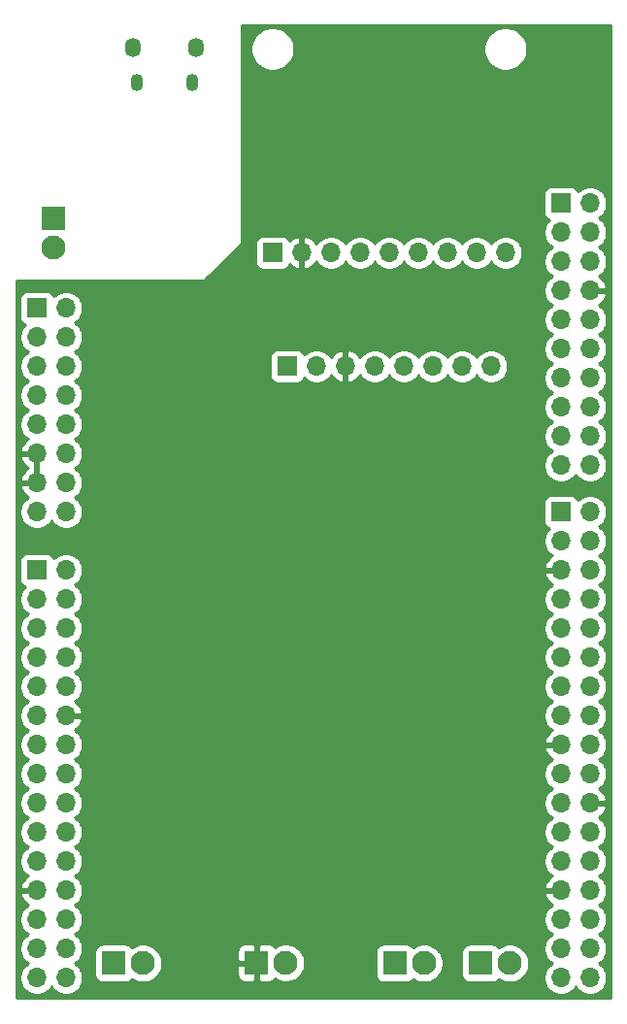
<source format=gbl>
G04 #@! TF.GenerationSoftware,KiCad,Pcbnew,(5.1.5-0)*
G04 #@! TF.CreationDate,2021-03-30T12:59:59-03:00*
G04 #@! TF.ProjectId,pwjsignal,70776a73-6967-46e6-916c-2e6b69636164,rev?*
G04 #@! TF.SameCoordinates,Original*
G04 #@! TF.FileFunction,Copper,L2,Bot*
G04 #@! TF.FilePolarity,Positive*
%FSLAX46Y46*%
G04 Gerber Fmt 4.6, Leading zero omitted, Abs format (unit mm)*
G04 Created by KiCad (PCBNEW (5.1.5-0)) date 2021-03-30 12:59:59*
%MOMM*%
%LPD*%
G04 APERTURE LIST*
%ADD10O,1.700000X1.700000*%
%ADD11R,1.700000X1.700000*%
%ADD12C,2.100000*%
%ADD13R,2.100000X2.100000*%
%ADD14O,1.100000X1.500000*%
%ADD15O,1.350000X1.700000*%
%ADD16C,0.635000*%
%ADD17C,0.254000*%
G04 APERTURE END LIST*
D10*
X161544000Y-71120000D03*
X159004000Y-71120000D03*
X164084000Y-71120000D03*
X153924000Y-71120000D03*
X169164000Y-71120000D03*
X156464000Y-71120000D03*
D11*
X151384000Y-71120000D03*
D10*
X166624000Y-71120000D03*
D12*
X151257000Y-123164600D03*
D13*
X148717000Y-123164600D03*
D12*
X163322000Y-123190000D03*
D13*
X160782000Y-123190000D03*
D11*
X129540000Y-88900000D03*
D10*
X132080000Y-88900000D03*
X129540000Y-91440000D03*
X132080000Y-91440000D03*
X129540000Y-93980000D03*
X132080000Y-93980000D03*
X129540000Y-96520000D03*
X132080000Y-96520000D03*
X129540000Y-99060000D03*
X132080000Y-99060000D03*
X129540000Y-101600000D03*
X132080000Y-101600000D03*
X129540000Y-104140000D03*
X132080000Y-104140000D03*
X129540000Y-106680000D03*
X132080000Y-106680000D03*
X129540000Y-109220000D03*
X132080000Y-109220000D03*
X129540000Y-111760000D03*
X132080000Y-111760000D03*
X129540000Y-114300000D03*
X132080000Y-114300000D03*
X129540000Y-116840000D03*
X132080000Y-116840000D03*
X129540000Y-119380000D03*
X132080000Y-119380000D03*
X129540000Y-121920000D03*
X132080000Y-121920000D03*
X129540000Y-124460000D03*
X132080000Y-124460000D03*
D11*
X175260000Y-83820000D03*
D10*
X177800000Y-83820000D03*
X175260000Y-86360000D03*
X177800000Y-86360000D03*
X175260000Y-88900000D03*
X177800000Y-88900000D03*
X175260000Y-91440000D03*
X177800000Y-91440000D03*
X175260000Y-93980000D03*
X177800000Y-93980000D03*
X175260000Y-96520000D03*
X177800000Y-96520000D03*
X175260000Y-99060000D03*
X177800000Y-99060000D03*
X175260000Y-101600000D03*
X177800000Y-101600000D03*
X175260000Y-104140000D03*
X177800000Y-104140000D03*
X175260000Y-106680000D03*
X177800000Y-106680000D03*
X175260000Y-109220000D03*
X177800000Y-109220000D03*
X175260000Y-111760000D03*
X177800000Y-111760000D03*
X175260000Y-114300000D03*
X177800000Y-114300000D03*
X175260000Y-116840000D03*
X177800000Y-116840000D03*
X175260000Y-119380000D03*
X177800000Y-119380000D03*
X175260000Y-121920000D03*
X177800000Y-121920000D03*
X175260000Y-124460000D03*
X177800000Y-124460000D03*
D13*
X136271000Y-123190000D03*
D12*
X138811000Y-123190000D03*
D13*
X131000500Y-58229500D03*
D12*
X131000500Y-60769500D03*
D14*
X143106000Y-46348000D03*
X138266000Y-46348000D03*
D15*
X143416000Y-43348000D03*
X137956000Y-43348000D03*
D13*
X168275000Y-123190000D03*
D12*
X170815000Y-123190000D03*
D11*
X175260000Y-56900000D03*
D10*
X177800000Y-56900000D03*
X175260000Y-59440000D03*
X177800000Y-59440000D03*
X175260000Y-61980000D03*
X177800000Y-61980000D03*
X175260000Y-64520000D03*
X177800000Y-64520000D03*
X175260000Y-67060000D03*
X177800000Y-67060000D03*
X175260000Y-69600000D03*
X177800000Y-69600000D03*
X175260000Y-72140000D03*
X177800000Y-72140000D03*
X175260000Y-74680000D03*
X177800000Y-74680000D03*
X175260000Y-77220000D03*
X177800000Y-77220000D03*
X175260000Y-79760000D03*
X177800000Y-79760000D03*
D11*
X129540000Y-66040000D03*
D10*
X132080000Y-66040000D03*
X129540000Y-68580000D03*
X132080000Y-68580000D03*
X129540000Y-71120000D03*
X132080000Y-71120000D03*
X129540000Y-73660000D03*
X132080000Y-73660000D03*
X129540000Y-76200000D03*
X132080000Y-76200000D03*
X129540000Y-78740000D03*
X132080000Y-78740000D03*
X129540000Y-81280000D03*
X132080000Y-81280000D03*
X129540000Y-83820000D03*
X132080000Y-83820000D03*
D11*
X150114000Y-61214000D03*
D10*
X170434000Y-61214000D03*
X167894000Y-61214000D03*
X165354000Y-61214000D03*
X162814000Y-61214000D03*
X160274000Y-61214000D03*
X157734000Y-61214000D03*
X155194000Y-61214000D03*
X152654000Y-61214000D03*
D16*
X169354500Y-81343500D03*
X161277300Y-111213900D03*
X166204900Y-111239300D03*
X139496800Y-92456000D03*
X139522200Y-99136200D03*
X154076400Y-99060000D03*
X143510000Y-96977200D03*
X149428200Y-105003600D03*
X145313400Y-82270600D03*
X144449800Y-82575400D03*
X146608800Y-91389200D03*
X140919200Y-113284000D03*
X137490200Y-104927400D03*
X140258800Y-105587800D03*
X153670000Y-93700600D03*
X139877800Y-89357200D03*
X137947400Y-82296000D03*
X147980400Y-89230200D03*
X158242000Y-122428000D03*
X140208000Y-110236000D03*
X147701000Y-110236000D03*
D17*
X160909000Y-123063000D02*
X160782000Y-123190000D01*
X162941000Y-122809000D02*
X163322000Y-123190000D01*
G36*
X179578000Y-126238000D02*
G01*
X127762000Y-126238000D01*
X127762000Y-88050000D01*
X128051928Y-88050000D01*
X128051928Y-89750000D01*
X128064188Y-89874482D01*
X128100498Y-89994180D01*
X128159463Y-90104494D01*
X128238815Y-90201185D01*
X128335506Y-90280537D01*
X128445820Y-90339502D01*
X128518380Y-90361513D01*
X128386525Y-90493368D01*
X128224010Y-90736589D01*
X128112068Y-91006842D01*
X128055000Y-91293740D01*
X128055000Y-91586260D01*
X128112068Y-91873158D01*
X128224010Y-92143411D01*
X128386525Y-92386632D01*
X128593368Y-92593475D01*
X128767760Y-92710000D01*
X128593368Y-92826525D01*
X128386525Y-93033368D01*
X128224010Y-93276589D01*
X128112068Y-93546842D01*
X128055000Y-93833740D01*
X128055000Y-94126260D01*
X128112068Y-94413158D01*
X128224010Y-94683411D01*
X128386525Y-94926632D01*
X128593368Y-95133475D01*
X128767760Y-95250000D01*
X128593368Y-95366525D01*
X128386525Y-95573368D01*
X128224010Y-95816589D01*
X128112068Y-96086842D01*
X128055000Y-96373740D01*
X128055000Y-96666260D01*
X128112068Y-96953158D01*
X128224010Y-97223411D01*
X128386525Y-97466632D01*
X128593368Y-97673475D01*
X128767760Y-97790000D01*
X128593368Y-97906525D01*
X128386525Y-98113368D01*
X128224010Y-98356589D01*
X128112068Y-98626842D01*
X128055000Y-98913740D01*
X128055000Y-99206260D01*
X128112068Y-99493158D01*
X128224010Y-99763411D01*
X128386525Y-100006632D01*
X128593368Y-100213475D01*
X128767760Y-100330000D01*
X128593368Y-100446525D01*
X128386525Y-100653368D01*
X128224010Y-100896589D01*
X128112068Y-101166842D01*
X128055000Y-101453740D01*
X128055000Y-101746260D01*
X128112068Y-102033158D01*
X128224010Y-102303411D01*
X128386525Y-102546632D01*
X128593368Y-102753475D01*
X128767760Y-102870000D01*
X128593368Y-102986525D01*
X128386525Y-103193368D01*
X128224010Y-103436589D01*
X128112068Y-103706842D01*
X128055000Y-103993740D01*
X128055000Y-104286260D01*
X128112068Y-104573158D01*
X128224010Y-104843411D01*
X128386525Y-105086632D01*
X128593368Y-105293475D01*
X128767760Y-105410000D01*
X128593368Y-105526525D01*
X128386525Y-105733368D01*
X128224010Y-105976589D01*
X128112068Y-106246842D01*
X128055000Y-106533740D01*
X128055000Y-106826260D01*
X128112068Y-107113158D01*
X128224010Y-107383411D01*
X128386525Y-107626632D01*
X128593368Y-107833475D01*
X128767760Y-107950000D01*
X128593368Y-108066525D01*
X128386525Y-108273368D01*
X128224010Y-108516589D01*
X128112068Y-108786842D01*
X128055000Y-109073740D01*
X128055000Y-109366260D01*
X128112068Y-109653158D01*
X128224010Y-109923411D01*
X128386525Y-110166632D01*
X128593368Y-110373475D01*
X128767760Y-110490000D01*
X128593368Y-110606525D01*
X128386525Y-110813368D01*
X128224010Y-111056589D01*
X128112068Y-111326842D01*
X128055000Y-111613740D01*
X128055000Y-111906260D01*
X128112068Y-112193158D01*
X128224010Y-112463411D01*
X128386525Y-112706632D01*
X128593368Y-112913475D01*
X128767760Y-113030000D01*
X128593368Y-113146525D01*
X128386525Y-113353368D01*
X128224010Y-113596589D01*
X128112068Y-113866842D01*
X128055000Y-114153740D01*
X128055000Y-114446260D01*
X128112068Y-114733158D01*
X128224010Y-115003411D01*
X128386525Y-115246632D01*
X128593368Y-115453475D01*
X128775534Y-115575195D01*
X128658645Y-115644822D01*
X128442412Y-115839731D01*
X128268359Y-116073080D01*
X128143175Y-116335901D01*
X128098524Y-116483110D01*
X128219845Y-116713000D01*
X129413000Y-116713000D01*
X129413000Y-116693000D01*
X129667000Y-116693000D01*
X129667000Y-116713000D01*
X129687000Y-116713000D01*
X129687000Y-116967000D01*
X129667000Y-116967000D01*
X129667000Y-116987000D01*
X129413000Y-116987000D01*
X129413000Y-116967000D01*
X128219845Y-116967000D01*
X128098524Y-117196890D01*
X128143175Y-117344099D01*
X128268359Y-117606920D01*
X128442412Y-117840269D01*
X128658645Y-118035178D01*
X128775534Y-118104805D01*
X128593368Y-118226525D01*
X128386525Y-118433368D01*
X128224010Y-118676589D01*
X128112068Y-118946842D01*
X128055000Y-119233740D01*
X128055000Y-119526260D01*
X128112068Y-119813158D01*
X128224010Y-120083411D01*
X128386525Y-120326632D01*
X128593368Y-120533475D01*
X128767760Y-120650000D01*
X128593368Y-120766525D01*
X128386525Y-120973368D01*
X128224010Y-121216589D01*
X128112068Y-121486842D01*
X128055000Y-121773740D01*
X128055000Y-122066260D01*
X128112068Y-122353158D01*
X128224010Y-122623411D01*
X128386525Y-122866632D01*
X128593368Y-123073475D01*
X128767760Y-123190000D01*
X128593368Y-123306525D01*
X128386525Y-123513368D01*
X128224010Y-123756589D01*
X128112068Y-124026842D01*
X128055000Y-124313740D01*
X128055000Y-124606260D01*
X128112068Y-124893158D01*
X128224010Y-125163411D01*
X128386525Y-125406632D01*
X128593368Y-125613475D01*
X128836589Y-125775990D01*
X129106842Y-125887932D01*
X129393740Y-125945000D01*
X129686260Y-125945000D01*
X129973158Y-125887932D01*
X130243411Y-125775990D01*
X130486632Y-125613475D01*
X130693475Y-125406632D01*
X130810000Y-125232240D01*
X130926525Y-125406632D01*
X131133368Y-125613475D01*
X131376589Y-125775990D01*
X131646842Y-125887932D01*
X131933740Y-125945000D01*
X132226260Y-125945000D01*
X132513158Y-125887932D01*
X132783411Y-125775990D01*
X133026632Y-125613475D01*
X133233475Y-125406632D01*
X133395990Y-125163411D01*
X133507932Y-124893158D01*
X133565000Y-124606260D01*
X133565000Y-124313740D01*
X133507932Y-124026842D01*
X133395990Y-123756589D01*
X133233475Y-123513368D01*
X133026632Y-123306525D01*
X132852240Y-123190000D01*
X133026632Y-123073475D01*
X133233475Y-122866632D01*
X133395990Y-122623411D01*
X133507932Y-122353158D01*
X133550332Y-122140000D01*
X134582928Y-122140000D01*
X134582928Y-124240000D01*
X134595188Y-124364482D01*
X134631498Y-124484180D01*
X134690463Y-124594494D01*
X134769815Y-124691185D01*
X134866506Y-124770537D01*
X134976820Y-124829502D01*
X135096518Y-124865812D01*
X135221000Y-124878072D01*
X137321000Y-124878072D01*
X137445482Y-124865812D01*
X137565180Y-124829502D01*
X137675494Y-124770537D01*
X137772185Y-124691185D01*
X137851537Y-124594494D01*
X137859042Y-124580454D01*
X138012853Y-124683228D01*
X138319504Y-124810246D01*
X138645042Y-124875000D01*
X138976958Y-124875000D01*
X139302496Y-124810246D01*
X139609147Y-124683228D01*
X139885125Y-124498825D01*
X140119825Y-124264125D01*
X140152916Y-124214600D01*
X147028928Y-124214600D01*
X147041188Y-124339082D01*
X147077498Y-124458780D01*
X147136463Y-124569094D01*
X147215815Y-124665785D01*
X147312506Y-124745137D01*
X147422820Y-124804102D01*
X147542518Y-124840412D01*
X147667000Y-124852672D01*
X148431250Y-124849600D01*
X148590000Y-124690850D01*
X148590000Y-123291600D01*
X147190750Y-123291600D01*
X147032000Y-123450350D01*
X147028928Y-124214600D01*
X140152916Y-124214600D01*
X140304228Y-123988147D01*
X140431246Y-123681496D01*
X140496000Y-123355958D01*
X140496000Y-123024042D01*
X140431246Y-122698504D01*
X140304228Y-122391853D01*
X140119825Y-122115875D01*
X140118550Y-122114600D01*
X147028928Y-122114600D01*
X147032000Y-122878850D01*
X147190750Y-123037600D01*
X148590000Y-123037600D01*
X148590000Y-121638350D01*
X148844000Y-121638350D01*
X148844000Y-123037600D01*
X148864000Y-123037600D01*
X148864000Y-123291600D01*
X148844000Y-123291600D01*
X148844000Y-124690850D01*
X149002750Y-124849600D01*
X149767000Y-124852672D01*
X149891482Y-124840412D01*
X150011180Y-124804102D01*
X150121494Y-124745137D01*
X150218185Y-124665785D01*
X150297537Y-124569094D01*
X150305042Y-124555054D01*
X150458853Y-124657828D01*
X150765504Y-124784846D01*
X151091042Y-124849600D01*
X151422958Y-124849600D01*
X151748496Y-124784846D01*
X152055147Y-124657828D01*
X152331125Y-124473425D01*
X152565825Y-124238725D01*
X152750228Y-123962747D01*
X152877246Y-123656096D01*
X152942000Y-123330558D01*
X152942000Y-122998642D01*
X152877246Y-122673104D01*
X152750228Y-122366453D01*
X152598917Y-122140000D01*
X159093928Y-122140000D01*
X159093928Y-124240000D01*
X159106188Y-124364482D01*
X159142498Y-124484180D01*
X159201463Y-124594494D01*
X159280815Y-124691185D01*
X159377506Y-124770537D01*
X159487820Y-124829502D01*
X159607518Y-124865812D01*
X159732000Y-124878072D01*
X161832000Y-124878072D01*
X161956482Y-124865812D01*
X162076180Y-124829502D01*
X162186494Y-124770537D01*
X162283185Y-124691185D01*
X162362537Y-124594494D01*
X162370042Y-124580454D01*
X162523853Y-124683228D01*
X162830504Y-124810246D01*
X163156042Y-124875000D01*
X163487958Y-124875000D01*
X163813496Y-124810246D01*
X164120147Y-124683228D01*
X164396125Y-124498825D01*
X164630825Y-124264125D01*
X164815228Y-123988147D01*
X164942246Y-123681496D01*
X165007000Y-123355958D01*
X165007000Y-123024042D01*
X164942246Y-122698504D01*
X164815228Y-122391853D01*
X164646945Y-122140000D01*
X166586928Y-122140000D01*
X166586928Y-124240000D01*
X166599188Y-124364482D01*
X166635498Y-124484180D01*
X166694463Y-124594494D01*
X166773815Y-124691185D01*
X166870506Y-124770537D01*
X166980820Y-124829502D01*
X167100518Y-124865812D01*
X167225000Y-124878072D01*
X169325000Y-124878072D01*
X169449482Y-124865812D01*
X169569180Y-124829502D01*
X169679494Y-124770537D01*
X169776185Y-124691185D01*
X169855537Y-124594494D01*
X169863042Y-124580454D01*
X170016853Y-124683228D01*
X170323504Y-124810246D01*
X170649042Y-124875000D01*
X170980958Y-124875000D01*
X171306496Y-124810246D01*
X171613147Y-124683228D01*
X171889125Y-124498825D01*
X172123825Y-124264125D01*
X172308228Y-123988147D01*
X172435246Y-123681496D01*
X172500000Y-123355958D01*
X172500000Y-123024042D01*
X172435246Y-122698504D01*
X172308228Y-122391853D01*
X172123825Y-122115875D01*
X171889125Y-121881175D01*
X171613147Y-121696772D01*
X171306496Y-121569754D01*
X170980958Y-121505000D01*
X170649042Y-121505000D01*
X170323504Y-121569754D01*
X170016853Y-121696772D01*
X169863042Y-121799546D01*
X169855537Y-121785506D01*
X169776185Y-121688815D01*
X169679494Y-121609463D01*
X169569180Y-121550498D01*
X169449482Y-121514188D01*
X169325000Y-121501928D01*
X167225000Y-121501928D01*
X167100518Y-121514188D01*
X166980820Y-121550498D01*
X166870506Y-121609463D01*
X166773815Y-121688815D01*
X166694463Y-121785506D01*
X166635498Y-121895820D01*
X166599188Y-122015518D01*
X166586928Y-122140000D01*
X164646945Y-122140000D01*
X164630825Y-122115875D01*
X164396125Y-121881175D01*
X164120147Y-121696772D01*
X163813496Y-121569754D01*
X163487958Y-121505000D01*
X163156042Y-121505000D01*
X162830504Y-121569754D01*
X162523853Y-121696772D01*
X162370042Y-121799546D01*
X162362537Y-121785506D01*
X162283185Y-121688815D01*
X162186494Y-121609463D01*
X162076180Y-121550498D01*
X161956482Y-121514188D01*
X161832000Y-121501928D01*
X159732000Y-121501928D01*
X159607518Y-121514188D01*
X159487820Y-121550498D01*
X159377506Y-121609463D01*
X159280815Y-121688815D01*
X159201463Y-121785506D01*
X159142498Y-121895820D01*
X159106188Y-122015518D01*
X159093928Y-122140000D01*
X152598917Y-122140000D01*
X152565825Y-122090475D01*
X152331125Y-121855775D01*
X152055147Y-121671372D01*
X151748496Y-121544354D01*
X151422958Y-121479600D01*
X151091042Y-121479600D01*
X150765504Y-121544354D01*
X150458853Y-121671372D01*
X150305042Y-121774146D01*
X150297537Y-121760106D01*
X150218185Y-121663415D01*
X150121494Y-121584063D01*
X150011180Y-121525098D01*
X149891482Y-121488788D01*
X149767000Y-121476528D01*
X149002750Y-121479600D01*
X148844000Y-121638350D01*
X148590000Y-121638350D01*
X148431250Y-121479600D01*
X147667000Y-121476528D01*
X147542518Y-121488788D01*
X147422820Y-121525098D01*
X147312506Y-121584063D01*
X147215815Y-121663415D01*
X147136463Y-121760106D01*
X147077498Y-121870420D01*
X147041188Y-121990118D01*
X147028928Y-122114600D01*
X140118550Y-122114600D01*
X139885125Y-121881175D01*
X139609147Y-121696772D01*
X139302496Y-121569754D01*
X138976958Y-121505000D01*
X138645042Y-121505000D01*
X138319504Y-121569754D01*
X138012853Y-121696772D01*
X137859042Y-121799546D01*
X137851537Y-121785506D01*
X137772185Y-121688815D01*
X137675494Y-121609463D01*
X137565180Y-121550498D01*
X137445482Y-121514188D01*
X137321000Y-121501928D01*
X135221000Y-121501928D01*
X135096518Y-121514188D01*
X134976820Y-121550498D01*
X134866506Y-121609463D01*
X134769815Y-121688815D01*
X134690463Y-121785506D01*
X134631498Y-121895820D01*
X134595188Y-122015518D01*
X134582928Y-122140000D01*
X133550332Y-122140000D01*
X133565000Y-122066260D01*
X133565000Y-121773740D01*
X133507932Y-121486842D01*
X133395990Y-121216589D01*
X133233475Y-120973368D01*
X133026632Y-120766525D01*
X132852240Y-120650000D01*
X133026632Y-120533475D01*
X133233475Y-120326632D01*
X133395990Y-120083411D01*
X133507932Y-119813158D01*
X133565000Y-119526260D01*
X133565000Y-119233740D01*
X133507932Y-118946842D01*
X133395990Y-118676589D01*
X133233475Y-118433368D01*
X133026632Y-118226525D01*
X132852240Y-118110000D01*
X133026632Y-117993475D01*
X133233475Y-117786632D01*
X133395990Y-117543411D01*
X133507932Y-117273158D01*
X133565000Y-116986260D01*
X133565000Y-116693740D01*
X133507932Y-116406842D01*
X133395990Y-116136589D01*
X133233475Y-115893368D01*
X133026632Y-115686525D01*
X132852240Y-115570000D01*
X133026632Y-115453475D01*
X133233475Y-115246632D01*
X133395990Y-115003411D01*
X133507932Y-114733158D01*
X133565000Y-114446260D01*
X133565000Y-114153740D01*
X133507932Y-113866842D01*
X133395990Y-113596589D01*
X133233475Y-113353368D01*
X133026632Y-113146525D01*
X132852240Y-113030000D01*
X133026632Y-112913475D01*
X133233475Y-112706632D01*
X133395990Y-112463411D01*
X133507932Y-112193158D01*
X133565000Y-111906260D01*
X133565000Y-111613740D01*
X133507932Y-111326842D01*
X133395990Y-111056589D01*
X133233475Y-110813368D01*
X133026632Y-110606525D01*
X132852240Y-110490000D01*
X133026632Y-110373475D01*
X133233475Y-110166632D01*
X133395990Y-109923411D01*
X133507932Y-109653158D01*
X133565000Y-109366260D01*
X133565000Y-109073740D01*
X133507932Y-108786842D01*
X133395990Y-108516589D01*
X133233475Y-108273368D01*
X133026632Y-108066525D01*
X132852240Y-107950000D01*
X133026632Y-107833475D01*
X133233475Y-107626632D01*
X133395990Y-107383411D01*
X133507932Y-107113158D01*
X133565000Y-106826260D01*
X133565000Y-106533740D01*
X133507932Y-106246842D01*
X133395990Y-105976589D01*
X133233475Y-105733368D01*
X133026632Y-105526525D01*
X132852240Y-105410000D01*
X133026632Y-105293475D01*
X133233475Y-105086632D01*
X133395990Y-104843411D01*
X133507932Y-104573158D01*
X133565000Y-104286260D01*
X133565000Y-103993740D01*
X133507932Y-103706842D01*
X133395990Y-103436589D01*
X133233475Y-103193368D01*
X133026632Y-102986525D01*
X132844466Y-102864805D01*
X132961355Y-102795178D01*
X133177588Y-102600269D01*
X133351641Y-102366920D01*
X133476825Y-102104099D01*
X133521476Y-101956890D01*
X133400155Y-101727000D01*
X132207000Y-101727000D01*
X132207000Y-101747000D01*
X131953000Y-101747000D01*
X131953000Y-101727000D01*
X131933000Y-101727000D01*
X131933000Y-101473000D01*
X131953000Y-101473000D01*
X131953000Y-101453000D01*
X132207000Y-101453000D01*
X132207000Y-101473000D01*
X133400155Y-101473000D01*
X133521476Y-101243110D01*
X133476825Y-101095901D01*
X133351641Y-100833080D01*
X133177588Y-100599731D01*
X132961355Y-100404822D01*
X132844466Y-100335195D01*
X133026632Y-100213475D01*
X133233475Y-100006632D01*
X133395990Y-99763411D01*
X133507932Y-99493158D01*
X133565000Y-99206260D01*
X133565000Y-98913740D01*
X133507932Y-98626842D01*
X133395990Y-98356589D01*
X133233475Y-98113368D01*
X133026632Y-97906525D01*
X132852240Y-97790000D01*
X133026632Y-97673475D01*
X133233475Y-97466632D01*
X133395990Y-97223411D01*
X133507932Y-96953158D01*
X133565000Y-96666260D01*
X133565000Y-96373740D01*
X133507932Y-96086842D01*
X133395990Y-95816589D01*
X133233475Y-95573368D01*
X133026632Y-95366525D01*
X132852240Y-95250000D01*
X133026632Y-95133475D01*
X133233475Y-94926632D01*
X133395990Y-94683411D01*
X133507932Y-94413158D01*
X133565000Y-94126260D01*
X133565000Y-93833740D01*
X133507932Y-93546842D01*
X133395990Y-93276589D01*
X133233475Y-93033368D01*
X133026632Y-92826525D01*
X132852240Y-92710000D01*
X133026632Y-92593475D01*
X133233475Y-92386632D01*
X133395990Y-92143411D01*
X133507932Y-91873158D01*
X133565000Y-91586260D01*
X133565000Y-91293740D01*
X133507932Y-91006842D01*
X133395990Y-90736589D01*
X133233475Y-90493368D01*
X133026632Y-90286525D01*
X132852240Y-90170000D01*
X133026632Y-90053475D01*
X133233475Y-89846632D01*
X133395990Y-89603411D01*
X133507932Y-89333158D01*
X133565000Y-89046260D01*
X133565000Y-88753740D01*
X133507932Y-88466842D01*
X133395990Y-88196589D01*
X133233475Y-87953368D01*
X133026632Y-87746525D01*
X132783411Y-87584010D01*
X132513158Y-87472068D01*
X132226260Y-87415000D01*
X131933740Y-87415000D01*
X131646842Y-87472068D01*
X131376589Y-87584010D01*
X131133368Y-87746525D01*
X131001513Y-87878380D01*
X130979502Y-87805820D01*
X130920537Y-87695506D01*
X130841185Y-87598815D01*
X130744494Y-87519463D01*
X130634180Y-87460498D01*
X130514482Y-87424188D01*
X130390000Y-87411928D01*
X128690000Y-87411928D01*
X128565518Y-87424188D01*
X128445820Y-87460498D01*
X128335506Y-87519463D01*
X128238815Y-87598815D01*
X128159463Y-87695506D01*
X128100498Y-87805820D01*
X128064188Y-87925518D01*
X128051928Y-88050000D01*
X127762000Y-88050000D01*
X127762000Y-79096890D01*
X128098524Y-79096890D01*
X128143175Y-79244099D01*
X128268359Y-79506920D01*
X128442412Y-79740269D01*
X128658645Y-79935178D01*
X128784255Y-80010000D01*
X128658645Y-80084822D01*
X128442412Y-80279731D01*
X128268359Y-80513080D01*
X128143175Y-80775901D01*
X128098524Y-80923110D01*
X128219845Y-81153000D01*
X129413000Y-81153000D01*
X129413000Y-78867000D01*
X128219845Y-78867000D01*
X128098524Y-79096890D01*
X127762000Y-79096890D01*
X127762000Y-65190000D01*
X128051928Y-65190000D01*
X128051928Y-66890000D01*
X128064188Y-67014482D01*
X128100498Y-67134180D01*
X128159463Y-67244494D01*
X128238815Y-67341185D01*
X128335506Y-67420537D01*
X128445820Y-67479502D01*
X128518380Y-67501513D01*
X128386525Y-67633368D01*
X128224010Y-67876589D01*
X128112068Y-68146842D01*
X128055000Y-68433740D01*
X128055000Y-68726260D01*
X128112068Y-69013158D01*
X128224010Y-69283411D01*
X128386525Y-69526632D01*
X128593368Y-69733475D01*
X128767760Y-69850000D01*
X128593368Y-69966525D01*
X128386525Y-70173368D01*
X128224010Y-70416589D01*
X128112068Y-70686842D01*
X128055000Y-70973740D01*
X128055000Y-71266260D01*
X128112068Y-71553158D01*
X128224010Y-71823411D01*
X128386525Y-72066632D01*
X128593368Y-72273475D01*
X128767760Y-72390000D01*
X128593368Y-72506525D01*
X128386525Y-72713368D01*
X128224010Y-72956589D01*
X128112068Y-73226842D01*
X128055000Y-73513740D01*
X128055000Y-73806260D01*
X128112068Y-74093158D01*
X128224010Y-74363411D01*
X128386525Y-74606632D01*
X128593368Y-74813475D01*
X128767760Y-74930000D01*
X128593368Y-75046525D01*
X128386525Y-75253368D01*
X128224010Y-75496589D01*
X128112068Y-75766842D01*
X128055000Y-76053740D01*
X128055000Y-76346260D01*
X128112068Y-76633158D01*
X128224010Y-76903411D01*
X128386525Y-77146632D01*
X128593368Y-77353475D01*
X128775534Y-77475195D01*
X128658645Y-77544822D01*
X128442412Y-77739731D01*
X128268359Y-77973080D01*
X128143175Y-78235901D01*
X128098524Y-78383110D01*
X128219845Y-78613000D01*
X129413000Y-78613000D01*
X129413000Y-78593000D01*
X129667000Y-78593000D01*
X129667000Y-78613000D01*
X129687000Y-78613000D01*
X129687000Y-78867000D01*
X129667000Y-78867000D01*
X129667000Y-81153000D01*
X129687000Y-81153000D01*
X129687000Y-81407000D01*
X129667000Y-81407000D01*
X129667000Y-81427000D01*
X129413000Y-81427000D01*
X129413000Y-81407000D01*
X128219845Y-81407000D01*
X128098524Y-81636890D01*
X128143175Y-81784099D01*
X128268359Y-82046920D01*
X128442412Y-82280269D01*
X128658645Y-82475178D01*
X128775534Y-82544805D01*
X128593368Y-82666525D01*
X128386525Y-82873368D01*
X128224010Y-83116589D01*
X128112068Y-83386842D01*
X128055000Y-83673740D01*
X128055000Y-83966260D01*
X128112068Y-84253158D01*
X128224010Y-84523411D01*
X128386525Y-84766632D01*
X128593368Y-84973475D01*
X128836589Y-85135990D01*
X129106842Y-85247932D01*
X129393740Y-85305000D01*
X129686260Y-85305000D01*
X129973158Y-85247932D01*
X130243411Y-85135990D01*
X130486632Y-84973475D01*
X130693475Y-84766632D01*
X130810000Y-84592240D01*
X130926525Y-84766632D01*
X131133368Y-84973475D01*
X131376589Y-85135990D01*
X131646842Y-85247932D01*
X131933740Y-85305000D01*
X132226260Y-85305000D01*
X132513158Y-85247932D01*
X132783411Y-85135990D01*
X133026632Y-84973475D01*
X133233475Y-84766632D01*
X133395990Y-84523411D01*
X133507932Y-84253158D01*
X133565000Y-83966260D01*
X133565000Y-83673740D01*
X133507932Y-83386842D01*
X133395990Y-83116589D01*
X133298043Y-82970000D01*
X173771928Y-82970000D01*
X173771928Y-84670000D01*
X173784188Y-84794482D01*
X173820498Y-84914180D01*
X173879463Y-85024494D01*
X173958815Y-85121185D01*
X174055506Y-85200537D01*
X174165820Y-85259502D01*
X174238380Y-85281513D01*
X174106525Y-85413368D01*
X173944010Y-85656589D01*
X173832068Y-85926842D01*
X173775000Y-86213740D01*
X173775000Y-86506260D01*
X173832068Y-86793158D01*
X173944010Y-87063411D01*
X174106525Y-87306632D01*
X174313368Y-87513475D01*
X174495534Y-87635195D01*
X174378645Y-87704822D01*
X174162412Y-87899731D01*
X173988359Y-88133080D01*
X173863175Y-88395901D01*
X173818524Y-88543110D01*
X173939845Y-88773000D01*
X175133000Y-88773000D01*
X175133000Y-88753000D01*
X175387000Y-88753000D01*
X175387000Y-88773000D01*
X175407000Y-88773000D01*
X175407000Y-89027000D01*
X175387000Y-89027000D01*
X175387000Y-89047000D01*
X175133000Y-89047000D01*
X175133000Y-89027000D01*
X173939845Y-89027000D01*
X173818524Y-89256890D01*
X173863175Y-89404099D01*
X173988359Y-89666920D01*
X174162412Y-89900269D01*
X174378645Y-90095178D01*
X174495534Y-90164805D01*
X174313368Y-90286525D01*
X174106525Y-90493368D01*
X173944010Y-90736589D01*
X173832068Y-91006842D01*
X173775000Y-91293740D01*
X173775000Y-91586260D01*
X173832068Y-91873158D01*
X173944010Y-92143411D01*
X174106525Y-92386632D01*
X174313368Y-92593475D01*
X174487760Y-92710000D01*
X174313368Y-92826525D01*
X174106525Y-93033368D01*
X173944010Y-93276589D01*
X173832068Y-93546842D01*
X173775000Y-93833740D01*
X173775000Y-94126260D01*
X173832068Y-94413158D01*
X173944010Y-94683411D01*
X174106525Y-94926632D01*
X174313368Y-95133475D01*
X174487760Y-95250000D01*
X174313368Y-95366525D01*
X174106525Y-95573368D01*
X173944010Y-95816589D01*
X173832068Y-96086842D01*
X173775000Y-96373740D01*
X173775000Y-96666260D01*
X173832068Y-96953158D01*
X173944010Y-97223411D01*
X174106525Y-97466632D01*
X174313368Y-97673475D01*
X174487760Y-97790000D01*
X174313368Y-97906525D01*
X174106525Y-98113368D01*
X173944010Y-98356589D01*
X173832068Y-98626842D01*
X173775000Y-98913740D01*
X173775000Y-99206260D01*
X173832068Y-99493158D01*
X173944010Y-99763411D01*
X174106525Y-100006632D01*
X174313368Y-100213475D01*
X174487760Y-100330000D01*
X174313368Y-100446525D01*
X174106525Y-100653368D01*
X173944010Y-100896589D01*
X173832068Y-101166842D01*
X173775000Y-101453740D01*
X173775000Y-101746260D01*
X173832068Y-102033158D01*
X173944010Y-102303411D01*
X174106525Y-102546632D01*
X174313368Y-102753475D01*
X174495534Y-102875195D01*
X174378645Y-102944822D01*
X174162412Y-103139731D01*
X173988359Y-103373080D01*
X173863175Y-103635901D01*
X173818524Y-103783110D01*
X173939845Y-104013000D01*
X175133000Y-104013000D01*
X175133000Y-103993000D01*
X175387000Y-103993000D01*
X175387000Y-104013000D01*
X175407000Y-104013000D01*
X175407000Y-104267000D01*
X175387000Y-104267000D01*
X175387000Y-104287000D01*
X175133000Y-104287000D01*
X175133000Y-104267000D01*
X173939845Y-104267000D01*
X173818524Y-104496890D01*
X173863175Y-104644099D01*
X173988359Y-104906920D01*
X174162412Y-105140269D01*
X174378645Y-105335178D01*
X174495534Y-105404805D01*
X174313368Y-105526525D01*
X174106525Y-105733368D01*
X173944010Y-105976589D01*
X173832068Y-106246842D01*
X173775000Y-106533740D01*
X173775000Y-106826260D01*
X173832068Y-107113158D01*
X173944010Y-107383411D01*
X174106525Y-107626632D01*
X174313368Y-107833475D01*
X174487760Y-107950000D01*
X174313368Y-108066525D01*
X174106525Y-108273368D01*
X173944010Y-108516589D01*
X173832068Y-108786842D01*
X173775000Y-109073740D01*
X173775000Y-109366260D01*
X173832068Y-109653158D01*
X173944010Y-109923411D01*
X174106525Y-110166632D01*
X174313368Y-110373475D01*
X174487760Y-110490000D01*
X174313368Y-110606525D01*
X174106525Y-110813368D01*
X173944010Y-111056589D01*
X173832068Y-111326842D01*
X173775000Y-111613740D01*
X173775000Y-111906260D01*
X173832068Y-112193158D01*
X173944010Y-112463411D01*
X174106525Y-112706632D01*
X174313368Y-112913475D01*
X174487760Y-113030000D01*
X174313368Y-113146525D01*
X174106525Y-113353368D01*
X173944010Y-113596589D01*
X173832068Y-113866842D01*
X173775000Y-114153740D01*
X173775000Y-114446260D01*
X173832068Y-114733158D01*
X173944010Y-115003411D01*
X174106525Y-115246632D01*
X174313368Y-115453475D01*
X174495534Y-115575195D01*
X174378645Y-115644822D01*
X174162412Y-115839731D01*
X173988359Y-116073080D01*
X173863175Y-116335901D01*
X173818524Y-116483110D01*
X173939845Y-116713000D01*
X175133000Y-116713000D01*
X175133000Y-116693000D01*
X175387000Y-116693000D01*
X175387000Y-116713000D01*
X175407000Y-116713000D01*
X175407000Y-116967000D01*
X175387000Y-116967000D01*
X175387000Y-116987000D01*
X175133000Y-116987000D01*
X175133000Y-116967000D01*
X173939845Y-116967000D01*
X173818524Y-117196890D01*
X173863175Y-117344099D01*
X173988359Y-117606920D01*
X174162412Y-117840269D01*
X174378645Y-118035178D01*
X174495534Y-118104805D01*
X174313368Y-118226525D01*
X174106525Y-118433368D01*
X173944010Y-118676589D01*
X173832068Y-118946842D01*
X173775000Y-119233740D01*
X173775000Y-119526260D01*
X173832068Y-119813158D01*
X173944010Y-120083411D01*
X174106525Y-120326632D01*
X174313368Y-120533475D01*
X174487760Y-120650000D01*
X174313368Y-120766525D01*
X174106525Y-120973368D01*
X173944010Y-121216589D01*
X173832068Y-121486842D01*
X173775000Y-121773740D01*
X173775000Y-122066260D01*
X173832068Y-122353158D01*
X173944010Y-122623411D01*
X174106525Y-122866632D01*
X174313368Y-123073475D01*
X174487760Y-123190000D01*
X174313368Y-123306525D01*
X174106525Y-123513368D01*
X173944010Y-123756589D01*
X173832068Y-124026842D01*
X173775000Y-124313740D01*
X173775000Y-124606260D01*
X173832068Y-124893158D01*
X173944010Y-125163411D01*
X174106525Y-125406632D01*
X174313368Y-125613475D01*
X174556589Y-125775990D01*
X174826842Y-125887932D01*
X175113740Y-125945000D01*
X175406260Y-125945000D01*
X175693158Y-125887932D01*
X175963411Y-125775990D01*
X176206632Y-125613475D01*
X176413475Y-125406632D01*
X176530000Y-125232240D01*
X176646525Y-125406632D01*
X176853368Y-125613475D01*
X177096589Y-125775990D01*
X177366842Y-125887932D01*
X177653740Y-125945000D01*
X177946260Y-125945000D01*
X178233158Y-125887932D01*
X178503411Y-125775990D01*
X178746632Y-125613475D01*
X178953475Y-125406632D01*
X179115990Y-125163411D01*
X179227932Y-124893158D01*
X179285000Y-124606260D01*
X179285000Y-124313740D01*
X179227932Y-124026842D01*
X179115990Y-123756589D01*
X178953475Y-123513368D01*
X178746632Y-123306525D01*
X178572240Y-123190000D01*
X178746632Y-123073475D01*
X178953475Y-122866632D01*
X179115990Y-122623411D01*
X179227932Y-122353158D01*
X179285000Y-122066260D01*
X179285000Y-121773740D01*
X179227932Y-121486842D01*
X179115990Y-121216589D01*
X178953475Y-120973368D01*
X178746632Y-120766525D01*
X178572240Y-120650000D01*
X178746632Y-120533475D01*
X178953475Y-120326632D01*
X179115990Y-120083411D01*
X179227932Y-119813158D01*
X179285000Y-119526260D01*
X179285000Y-119233740D01*
X179227932Y-118946842D01*
X179115990Y-118676589D01*
X178953475Y-118433368D01*
X178746632Y-118226525D01*
X178572240Y-118110000D01*
X178746632Y-117993475D01*
X178953475Y-117786632D01*
X179115990Y-117543411D01*
X179227932Y-117273158D01*
X179285000Y-116986260D01*
X179285000Y-116693740D01*
X179227932Y-116406842D01*
X179115990Y-116136589D01*
X178953475Y-115893368D01*
X178746632Y-115686525D01*
X178572240Y-115570000D01*
X178746632Y-115453475D01*
X178953475Y-115246632D01*
X179115990Y-115003411D01*
X179227932Y-114733158D01*
X179285000Y-114446260D01*
X179285000Y-114153740D01*
X179227932Y-113866842D01*
X179115990Y-113596589D01*
X178953475Y-113353368D01*
X178746632Y-113146525D01*
X178572240Y-113030000D01*
X178746632Y-112913475D01*
X178953475Y-112706632D01*
X179115990Y-112463411D01*
X179227932Y-112193158D01*
X179285000Y-111906260D01*
X179285000Y-111613740D01*
X179227932Y-111326842D01*
X179115990Y-111056589D01*
X178953475Y-110813368D01*
X178746632Y-110606525D01*
X178564466Y-110484805D01*
X178681355Y-110415178D01*
X178897588Y-110220269D01*
X179071641Y-109986920D01*
X179196825Y-109724099D01*
X179241476Y-109576890D01*
X179120155Y-109347000D01*
X177927000Y-109347000D01*
X177927000Y-109367000D01*
X177673000Y-109367000D01*
X177673000Y-109347000D01*
X177653000Y-109347000D01*
X177653000Y-109093000D01*
X177673000Y-109093000D01*
X177673000Y-109073000D01*
X177927000Y-109073000D01*
X177927000Y-109093000D01*
X179120155Y-109093000D01*
X179241476Y-108863110D01*
X179196825Y-108715901D01*
X179071641Y-108453080D01*
X178897588Y-108219731D01*
X178681355Y-108024822D01*
X178564466Y-107955195D01*
X178746632Y-107833475D01*
X178953475Y-107626632D01*
X179115990Y-107383411D01*
X179227932Y-107113158D01*
X179285000Y-106826260D01*
X179285000Y-106533740D01*
X179227932Y-106246842D01*
X179115990Y-105976589D01*
X178953475Y-105733368D01*
X178746632Y-105526525D01*
X178572240Y-105410000D01*
X178746632Y-105293475D01*
X178953475Y-105086632D01*
X179115990Y-104843411D01*
X179227932Y-104573158D01*
X179285000Y-104286260D01*
X179285000Y-103993740D01*
X179227932Y-103706842D01*
X179115990Y-103436589D01*
X178953475Y-103193368D01*
X178746632Y-102986525D01*
X178572240Y-102870000D01*
X178746632Y-102753475D01*
X178953475Y-102546632D01*
X179115990Y-102303411D01*
X179227932Y-102033158D01*
X179285000Y-101746260D01*
X179285000Y-101453740D01*
X179227932Y-101166842D01*
X179115990Y-100896589D01*
X178953475Y-100653368D01*
X178746632Y-100446525D01*
X178572240Y-100330000D01*
X178746632Y-100213475D01*
X178953475Y-100006632D01*
X179115990Y-99763411D01*
X179227932Y-99493158D01*
X179285000Y-99206260D01*
X179285000Y-98913740D01*
X179227932Y-98626842D01*
X179115990Y-98356589D01*
X178953475Y-98113368D01*
X178746632Y-97906525D01*
X178572240Y-97790000D01*
X178746632Y-97673475D01*
X178953475Y-97466632D01*
X179115990Y-97223411D01*
X179227932Y-96953158D01*
X179285000Y-96666260D01*
X179285000Y-96373740D01*
X179227932Y-96086842D01*
X179115990Y-95816589D01*
X178953475Y-95573368D01*
X178746632Y-95366525D01*
X178572240Y-95250000D01*
X178746632Y-95133475D01*
X178953475Y-94926632D01*
X179115990Y-94683411D01*
X179227932Y-94413158D01*
X179285000Y-94126260D01*
X179285000Y-93833740D01*
X179227932Y-93546842D01*
X179115990Y-93276589D01*
X178953475Y-93033368D01*
X178746632Y-92826525D01*
X178572240Y-92710000D01*
X178746632Y-92593475D01*
X178953475Y-92386632D01*
X179115990Y-92143411D01*
X179227932Y-91873158D01*
X179285000Y-91586260D01*
X179285000Y-91293740D01*
X179227932Y-91006842D01*
X179115990Y-90736589D01*
X178953475Y-90493368D01*
X178746632Y-90286525D01*
X178572240Y-90170000D01*
X178746632Y-90053475D01*
X178953475Y-89846632D01*
X179115990Y-89603411D01*
X179227932Y-89333158D01*
X179285000Y-89046260D01*
X179285000Y-88753740D01*
X179227932Y-88466842D01*
X179115990Y-88196589D01*
X178953475Y-87953368D01*
X178746632Y-87746525D01*
X178572240Y-87630000D01*
X178746632Y-87513475D01*
X178953475Y-87306632D01*
X179115990Y-87063411D01*
X179227932Y-86793158D01*
X179285000Y-86506260D01*
X179285000Y-86213740D01*
X179227932Y-85926842D01*
X179115990Y-85656589D01*
X178953475Y-85413368D01*
X178746632Y-85206525D01*
X178572240Y-85090000D01*
X178746632Y-84973475D01*
X178953475Y-84766632D01*
X179115990Y-84523411D01*
X179227932Y-84253158D01*
X179285000Y-83966260D01*
X179285000Y-83673740D01*
X179227932Y-83386842D01*
X179115990Y-83116589D01*
X178953475Y-82873368D01*
X178746632Y-82666525D01*
X178503411Y-82504010D01*
X178233158Y-82392068D01*
X177946260Y-82335000D01*
X177653740Y-82335000D01*
X177366842Y-82392068D01*
X177096589Y-82504010D01*
X176853368Y-82666525D01*
X176721513Y-82798380D01*
X176699502Y-82725820D01*
X176640537Y-82615506D01*
X176561185Y-82518815D01*
X176464494Y-82439463D01*
X176354180Y-82380498D01*
X176234482Y-82344188D01*
X176110000Y-82331928D01*
X174410000Y-82331928D01*
X174285518Y-82344188D01*
X174165820Y-82380498D01*
X174055506Y-82439463D01*
X173958815Y-82518815D01*
X173879463Y-82615506D01*
X173820498Y-82725820D01*
X173784188Y-82845518D01*
X173771928Y-82970000D01*
X133298043Y-82970000D01*
X133233475Y-82873368D01*
X133026632Y-82666525D01*
X132852240Y-82550000D01*
X133026632Y-82433475D01*
X133233475Y-82226632D01*
X133395990Y-81983411D01*
X133507932Y-81713158D01*
X133565000Y-81426260D01*
X133565000Y-81133740D01*
X133507932Y-80846842D01*
X133395990Y-80576589D01*
X133233475Y-80333368D01*
X133026632Y-80126525D01*
X132852240Y-80010000D01*
X133026632Y-79893475D01*
X133233475Y-79686632D01*
X133395990Y-79443411D01*
X133507932Y-79173158D01*
X133565000Y-78886260D01*
X133565000Y-78593740D01*
X133507932Y-78306842D01*
X133395990Y-78036589D01*
X133233475Y-77793368D01*
X133026632Y-77586525D01*
X132852240Y-77470000D01*
X133026632Y-77353475D01*
X133233475Y-77146632D01*
X133395990Y-76903411D01*
X133507932Y-76633158D01*
X133565000Y-76346260D01*
X133565000Y-76053740D01*
X133507932Y-75766842D01*
X133395990Y-75496589D01*
X133233475Y-75253368D01*
X133026632Y-75046525D01*
X132852240Y-74930000D01*
X133026632Y-74813475D01*
X133233475Y-74606632D01*
X133395990Y-74363411D01*
X133507932Y-74093158D01*
X133565000Y-73806260D01*
X133565000Y-73513740D01*
X133507932Y-73226842D01*
X133395990Y-72956589D01*
X133233475Y-72713368D01*
X133026632Y-72506525D01*
X132852240Y-72390000D01*
X133026632Y-72273475D01*
X133233475Y-72066632D01*
X133395990Y-71823411D01*
X133507932Y-71553158D01*
X133565000Y-71266260D01*
X133565000Y-70973740D01*
X133507932Y-70686842D01*
X133395990Y-70416589D01*
X133298043Y-70270000D01*
X149895928Y-70270000D01*
X149895928Y-71970000D01*
X149908188Y-72094482D01*
X149944498Y-72214180D01*
X150003463Y-72324494D01*
X150082815Y-72421185D01*
X150179506Y-72500537D01*
X150289820Y-72559502D01*
X150409518Y-72595812D01*
X150534000Y-72608072D01*
X152234000Y-72608072D01*
X152358482Y-72595812D01*
X152478180Y-72559502D01*
X152588494Y-72500537D01*
X152685185Y-72421185D01*
X152764537Y-72324494D01*
X152823502Y-72214180D01*
X152845513Y-72141620D01*
X152977368Y-72273475D01*
X153220589Y-72435990D01*
X153490842Y-72547932D01*
X153777740Y-72605000D01*
X154070260Y-72605000D01*
X154357158Y-72547932D01*
X154627411Y-72435990D01*
X154870632Y-72273475D01*
X155077475Y-72066632D01*
X155199195Y-71884466D01*
X155268822Y-72001355D01*
X155463731Y-72217588D01*
X155697080Y-72391641D01*
X155959901Y-72516825D01*
X156107110Y-72561476D01*
X156337000Y-72440155D01*
X156337000Y-71247000D01*
X156317000Y-71247000D01*
X156317000Y-70993000D01*
X156337000Y-70993000D01*
X156337000Y-69799845D01*
X156591000Y-69799845D01*
X156591000Y-70993000D01*
X156611000Y-70993000D01*
X156611000Y-71247000D01*
X156591000Y-71247000D01*
X156591000Y-72440155D01*
X156820890Y-72561476D01*
X156968099Y-72516825D01*
X157230920Y-72391641D01*
X157464269Y-72217588D01*
X157659178Y-72001355D01*
X157728805Y-71884466D01*
X157850525Y-72066632D01*
X158057368Y-72273475D01*
X158300589Y-72435990D01*
X158570842Y-72547932D01*
X158857740Y-72605000D01*
X159150260Y-72605000D01*
X159437158Y-72547932D01*
X159707411Y-72435990D01*
X159950632Y-72273475D01*
X160157475Y-72066632D01*
X160274000Y-71892240D01*
X160390525Y-72066632D01*
X160597368Y-72273475D01*
X160840589Y-72435990D01*
X161110842Y-72547932D01*
X161397740Y-72605000D01*
X161690260Y-72605000D01*
X161977158Y-72547932D01*
X162247411Y-72435990D01*
X162490632Y-72273475D01*
X162697475Y-72066632D01*
X162814000Y-71892240D01*
X162930525Y-72066632D01*
X163137368Y-72273475D01*
X163380589Y-72435990D01*
X163650842Y-72547932D01*
X163937740Y-72605000D01*
X164230260Y-72605000D01*
X164517158Y-72547932D01*
X164787411Y-72435990D01*
X165030632Y-72273475D01*
X165237475Y-72066632D01*
X165354000Y-71892240D01*
X165470525Y-72066632D01*
X165677368Y-72273475D01*
X165920589Y-72435990D01*
X166190842Y-72547932D01*
X166477740Y-72605000D01*
X166770260Y-72605000D01*
X167057158Y-72547932D01*
X167327411Y-72435990D01*
X167570632Y-72273475D01*
X167777475Y-72066632D01*
X167894000Y-71892240D01*
X168010525Y-72066632D01*
X168217368Y-72273475D01*
X168460589Y-72435990D01*
X168730842Y-72547932D01*
X169017740Y-72605000D01*
X169310260Y-72605000D01*
X169597158Y-72547932D01*
X169867411Y-72435990D01*
X170110632Y-72273475D01*
X170317475Y-72066632D01*
X170479990Y-71823411D01*
X170591932Y-71553158D01*
X170649000Y-71266260D01*
X170649000Y-70973740D01*
X170591932Y-70686842D01*
X170479990Y-70416589D01*
X170317475Y-70173368D01*
X170110632Y-69966525D01*
X169867411Y-69804010D01*
X169597158Y-69692068D01*
X169310260Y-69635000D01*
X169017740Y-69635000D01*
X168730842Y-69692068D01*
X168460589Y-69804010D01*
X168217368Y-69966525D01*
X168010525Y-70173368D01*
X167894000Y-70347760D01*
X167777475Y-70173368D01*
X167570632Y-69966525D01*
X167327411Y-69804010D01*
X167057158Y-69692068D01*
X166770260Y-69635000D01*
X166477740Y-69635000D01*
X166190842Y-69692068D01*
X165920589Y-69804010D01*
X165677368Y-69966525D01*
X165470525Y-70173368D01*
X165354000Y-70347760D01*
X165237475Y-70173368D01*
X165030632Y-69966525D01*
X164787411Y-69804010D01*
X164517158Y-69692068D01*
X164230260Y-69635000D01*
X163937740Y-69635000D01*
X163650842Y-69692068D01*
X163380589Y-69804010D01*
X163137368Y-69966525D01*
X162930525Y-70173368D01*
X162814000Y-70347760D01*
X162697475Y-70173368D01*
X162490632Y-69966525D01*
X162247411Y-69804010D01*
X161977158Y-69692068D01*
X161690260Y-69635000D01*
X161397740Y-69635000D01*
X161110842Y-69692068D01*
X160840589Y-69804010D01*
X160597368Y-69966525D01*
X160390525Y-70173368D01*
X160274000Y-70347760D01*
X160157475Y-70173368D01*
X159950632Y-69966525D01*
X159707411Y-69804010D01*
X159437158Y-69692068D01*
X159150260Y-69635000D01*
X158857740Y-69635000D01*
X158570842Y-69692068D01*
X158300589Y-69804010D01*
X158057368Y-69966525D01*
X157850525Y-70173368D01*
X157728805Y-70355534D01*
X157659178Y-70238645D01*
X157464269Y-70022412D01*
X157230920Y-69848359D01*
X156968099Y-69723175D01*
X156820890Y-69678524D01*
X156591000Y-69799845D01*
X156337000Y-69799845D01*
X156107110Y-69678524D01*
X155959901Y-69723175D01*
X155697080Y-69848359D01*
X155463731Y-70022412D01*
X155268822Y-70238645D01*
X155199195Y-70355534D01*
X155077475Y-70173368D01*
X154870632Y-69966525D01*
X154627411Y-69804010D01*
X154357158Y-69692068D01*
X154070260Y-69635000D01*
X153777740Y-69635000D01*
X153490842Y-69692068D01*
X153220589Y-69804010D01*
X152977368Y-69966525D01*
X152845513Y-70098380D01*
X152823502Y-70025820D01*
X152764537Y-69915506D01*
X152685185Y-69818815D01*
X152588494Y-69739463D01*
X152478180Y-69680498D01*
X152358482Y-69644188D01*
X152234000Y-69631928D01*
X150534000Y-69631928D01*
X150409518Y-69644188D01*
X150289820Y-69680498D01*
X150179506Y-69739463D01*
X150082815Y-69818815D01*
X150003463Y-69915506D01*
X149944498Y-70025820D01*
X149908188Y-70145518D01*
X149895928Y-70270000D01*
X133298043Y-70270000D01*
X133233475Y-70173368D01*
X133026632Y-69966525D01*
X132852240Y-69850000D01*
X133026632Y-69733475D01*
X133233475Y-69526632D01*
X133395990Y-69283411D01*
X133507932Y-69013158D01*
X133565000Y-68726260D01*
X133565000Y-68433740D01*
X133507932Y-68146842D01*
X133395990Y-67876589D01*
X133233475Y-67633368D01*
X133026632Y-67426525D01*
X132852240Y-67310000D01*
X133026632Y-67193475D01*
X133233475Y-66986632D01*
X133395990Y-66743411D01*
X133507932Y-66473158D01*
X133565000Y-66186260D01*
X133565000Y-65893740D01*
X133507932Y-65606842D01*
X133395990Y-65336589D01*
X133233475Y-65093368D01*
X133026632Y-64886525D01*
X132783411Y-64724010D01*
X132513158Y-64612068D01*
X132226260Y-64555000D01*
X131933740Y-64555000D01*
X131646842Y-64612068D01*
X131376589Y-64724010D01*
X131133368Y-64886525D01*
X131001513Y-65018380D01*
X130979502Y-64945820D01*
X130920537Y-64835506D01*
X130841185Y-64738815D01*
X130744494Y-64659463D01*
X130634180Y-64600498D01*
X130514482Y-64564188D01*
X130390000Y-64551928D01*
X128690000Y-64551928D01*
X128565518Y-64564188D01*
X128445820Y-64600498D01*
X128335506Y-64659463D01*
X128238815Y-64738815D01*
X128159463Y-64835506D01*
X128100498Y-64945820D01*
X128064188Y-65065518D01*
X128051928Y-65190000D01*
X127762000Y-65190000D01*
X127762000Y-63627000D01*
X144145000Y-63627000D01*
X144169776Y-63624560D01*
X144193601Y-63617333D01*
X144215557Y-63605597D01*
X144234803Y-63589803D01*
X147409803Y-60414803D01*
X147425597Y-60395557D01*
X147437333Y-60373601D01*
X147440245Y-60364000D01*
X148625928Y-60364000D01*
X148625928Y-62064000D01*
X148638188Y-62188482D01*
X148674498Y-62308180D01*
X148733463Y-62418494D01*
X148812815Y-62515185D01*
X148909506Y-62594537D01*
X149019820Y-62653502D01*
X149139518Y-62689812D01*
X149264000Y-62702072D01*
X150964000Y-62702072D01*
X151088482Y-62689812D01*
X151208180Y-62653502D01*
X151318494Y-62594537D01*
X151415185Y-62515185D01*
X151494537Y-62418494D01*
X151553502Y-62308180D01*
X151577966Y-62227534D01*
X151653731Y-62311588D01*
X151887080Y-62485641D01*
X152149901Y-62610825D01*
X152297110Y-62655476D01*
X152527000Y-62534155D01*
X152527000Y-61341000D01*
X152507000Y-61341000D01*
X152507000Y-61087000D01*
X152527000Y-61087000D01*
X152527000Y-59893845D01*
X152781000Y-59893845D01*
X152781000Y-61087000D01*
X152801000Y-61087000D01*
X152801000Y-61341000D01*
X152781000Y-61341000D01*
X152781000Y-62534155D01*
X153010890Y-62655476D01*
X153158099Y-62610825D01*
X153420920Y-62485641D01*
X153654269Y-62311588D01*
X153849178Y-62095355D01*
X153918805Y-61978466D01*
X154040525Y-62160632D01*
X154247368Y-62367475D01*
X154490589Y-62529990D01*
X154760842Y-62641932D01*
X155047740Y-62699000D01*
X155340260Y-62699000D01*
X155627158Y-62641932D01*
X155897411Y-62529990D01*
X156140632Y-62367475D01*
X156347475Y-62160632D01*
X156464000Y-61986240D01*
X156580525Y-62160632D01*
X156787368Y-62367475D01*
X157030589Y-62529990D01*
X157300842Y-62641932D01*
X157587740Y-62699000D01*
X157880260Y-62699000D01*
X158167158Y-62641932D01*
X158437411Y-62529990D01*
X158680632Y-62367475D01*
X158887475Y-62160632D01*
X159004000Y-61986240D01*
X159120525Y-62160632D01*
X159327368Y-62367475D01*
X159570589Y-62529990D01*
X159840842Y-62641932D01*
X160127740Y-62699000D01*
X160420260Y-62699000D01*
X160707158Y-62641932D01*
X160977411Y-62529990D01*
X161220632Y-62367475D01*
X161427475Y-62160632D01*
X161544000Y-61986240D01*
X161660525Y-62160632D01*
X161867368Y-62367475D01*
X162110589Y-62529990D01*
X162380842Y-62641932D01*
X162667740Y-62699000D01*
X162960260Y-62699000D01*
X163247158Y-62641932D01*
X163517411Y-62529990D01*
X163760632Y-62367475D01*
X163967475Y-62160632D01*
X164084000Y-61986240D01*
X164200525Y-62160632D01*
X164407368Y-62367475D01*
X164650589Y-62529990D01*
X164920842Y-62641932D01*
X165207740Y-62699000D01*
X165500260Y-62699000D01*
X165787158Y-62641932D01*
X166057411Y-62529990D01*
X166300632Y-62367475D01*
X166507475Y-62160632D01*
X166624000Y-61986240D01*
X166740525Y-62160632D01*
X166947368Y-62367475D01*
X167190589Y-62529990D01*
X167460842Y-62641932D01*
X167747740Y-62699000D01*
X168040260Y-62699000D01*
X168327158Y-62641932D01*
X168597411Y-62529990D01*
X168840632Y-62367475D01*
X169047475Y-62160632D01*
X169164000Y-61986240D01*
X169280525Y-62160632D01*
X169487368Y-62367475D01*
X169730589Y-62529990D01*
X170000842Y-62641932D01*
X170287740Y-62699000D01*
X170580260Y-62699000D01*
X170867158Y-62641932D01*
X171137411Y-62529990D01*
X171380632Y-62367475D01*
X171587475Y-62160632D01*
X171749990Y-61917411D01*
X171861932Y-61647158D01*
X171919000Y-61360260D01*
X171919000Y-61067740D01*
X171861932Y-60780842D01*
X171749990Y-60510589D01*
X171587475Y-60267368D01*
X171380632Y-60060525D01*
X171137411Y-59898010D01*
X170867158Y-59786068D01*
X170580260Y-59729000D01*
X170287740Y-59729000D01*
X170000842Y-59786068D01*
X169730589Y-59898010D01*
X169487368Y-60060525D01*
X169280525Y-60267368D01*
X169164000Y-60441760D01*
X169047475Y-60267368D01*
X168840632Y-60060525D01*
X168597411Y-59898010D01*
X168327158Y-59786068D01*
X168040260Y-59729000D01*
X167747740Y-59729000D01*
X167460842Y-59786068D01*
X167190589Y-59898010D01*
X166947368Y-60060525D01*
X166740525Y-60267368D01*
X166624000Y-60441760D01*
X166507475Y-60267368D01*
X166300632Y-60060525D01*
X166057411Y-59898010D01*
X165787158Y-59786068D01*
X165500260Y-59729000D01*
X165207740Y-59729000D01*
X164920842Y-59786068D01*
X164650589Y-59898010D01*
X164407368Y-60060525D01*
X164200525Y-60267368D01*
X164084000Y-60441760D01*
X163967475Y-60267368D01*
X163760632Y-60060525D01*
X163517411Y-59898010D01*
X163247158Y-59786068D01*
X162960260Y-59729000D01*
X162667740Y-59729000D01*
X162380842Y-59786068D01*
X162110589Y-59898010D01*
X161867368Y-60060525D01*
X161660525Y-60267368D01*
X161544000Y-60441760D01*
X161427475Y-60267368D01*
X161220632Y-60060525D01*
X160977411Y-59898010D01*
X160707158Y-59786068D01*
X160420260Y-59729000D01*
X160127740Y-59729000D01*
X159840842Y-59786068D01*
X159570589Y-59898010D01*
X159327368Y-60060525D01*
X159120525Y-60267368D01*
X159004000Y-60441760D01*
X158887475Y-60267368D01*
X158680632Y-60060525D01*
X158437411Y-59898010D01*
X158167158Y-59786068D01*
X157880260Y-59729000D01*
X157587740Y-59729000D01*
X157300842Y-59786068D01*
X157030589Y-59898010D01*
X156787368Y-60060525D01*
X156580525Y-60267368D01*
X156464000Y-60441760D01*
X156347475Y-60267368D01*
X156140632Y-60060525D01*
X155897411Y-59898010D01*
X155627158Y-59786068D01*
X155340260Y-59729000D01*
X155047740Y-59729000D01*
X154760842Y-59786068D01*
X154490589Y-59898010D01*
X154247368Y-60060525D01*
X154040525Y-60267368D01*
X153918805Y-60449534D01*
X153849178Y-60332645D01*
X153654269Y-60116412D01*
X153420920Y-59942359D01*
X153158099Y-59817175D01*
X153010890Y-59772524D01*
X152781000Y-59893845D01*
X152527000Y-59893845D01*
X152297110Y-59772524D01*
X152149901Y-59817175D01*
X151887080Y-59942359D01*
X151653731Y-60116412D01*
X151577966Y-60200466D01*
X151553502Y-60119820D01*
X151494537Y-60009506D01*
X151415185Y-59912815D01*
X151318494Y-59833463D01*
X151208180Y-59774498D01*
X151088482Y-59738188D01*
X150964000Y-59725928D01*
X149264000Y-59725928D01*
X149139518Y-59738188D01*
X149019820Y-59774498D01*
X148909506Y-59833463D01*
X148812815Y-59912815D01*
X148733463Y-60009506D01*
X148674498Y-60119820D01*
X148638188Y-60239518D01*
X148625928Y-60364000D01*
X147440245Y-60364000D01*
X147444560Y-60349776D01*
X147447000Y-60325000D01*
X147447000Y-56050000D01*
X173771928Y-56050000D01*
X173771928Y-57750000D01*
X173784188Y-57874482D01*
X173820498Y-57994180D01*
X173879463Y-58104494D01*
X173958815Y-58201185D01*
X174055506Y-58280537D01*
X174165820Y-58339502D01*
X174238380Y-58361513D01*
X174106525Y-58493368D01*
X173944010Y-58736589D01*
X173832068Y-59006842D01*
X173775000Y-59293740D01*
X173775000Y-59586260D01*
X173832068Y-59873158D01*
X173944010Y-60143411D01*
X174106525Y-60386632D01*
X174313368Y-60593475D01*
X174487760Y-60710000D01*
X174313368Y-60826525D01*
X174106525Y-61033368D01*
X173944010Y-61276589D01*
X173832068Y-61546842D01*
X173775000Y-61833740D01*
X173775000Y-62126260D01*
X173832068Y-62413158D01*
X173944010Y-62683411D01*
X174106525Y-62926632D01*
X174313368Y-63133475D01*
X174487760Y-63250000D01*
X174313368Y-63366525D01*
X174106525Y-63573368D01*
X173944010Y-63816589D01*
X173832068Y-64086842D01*
X173775000Y-64373740D01*
X173775000Y-64666260D01*
X173832068Y-64953158D01*
X173944010Y-65223411D01*
X174106525Y-65466632D01*
X174313368Y-65673475D01*
X174487760Y-65790000D01*
X174313368Y-65906525D01*
X174106525Y-66113368D01*
X173944010Y-66356589D01*
X173832068Y-66626842D01*
X173775000Y-66913740D01*
X173775000Y-67206260D01*
X173832068Y-67493158D01*
X173944010Y-67763411D01*
X174106525Y-68006632D01*
X174313368Y-68213475D01*
X174487760Y-68330000D01*
X174313368Y-68446525D01*
X174106525Y-68653368D01*
X173944010Y-68896589D01*
X173832068Y-69166842D01*
X173775000Y-69453740D01*
X173775000Y-69746260D01*
X173832068Y-70033158D01*
X173944010Y-70303411D01*
X174106525Y-70546632D01*
X174313368Y-70753475D01*
X174487760Y-70870000D01*
X174313368Y-70986525D01*
X174106525Y-71193368D01*
X173944010Y-71436589D01*
X173832068Y-71706842D01*
X173775000Y-71993740D01*
X173775000Y-72286260D01*
X173832068Y-72573158D01*
X173944010Y-72843411D01*
X174106525Y-73086632D01*
X174313368Y-73293475D01*
X174487760Y-73410000D01*
X174313368Y-73526525D01*
X174106525Y-73733368D01*
X173944010Y-73976589D01*
X173832068Y-74246842D01*
X173775000Y-74533740D01*
X173775000Y-74826260D01*
X173832068Y-75113158D01*
X173944010Y-75383411D01*
X174106525Y-75626632D01*
X174313368Y-75833475D01*
X174487760Y-75950000D01*
X174313368Y-76066525D01*
X174106525Y-76273368D01*
X173944010Y-76516589D01*
X173832068Y-76786842D01*
X173775000Y-77073740D01*
X173775000Y-77366260D01*
X173832068Y-77653158D01*
X173944010Y-77923411D01*
X174106525Y-78166632D01*
X174313368Y-78373475D01*
X174487760Y-78490000D01*
X174313368Y-78606525D01*
X174106525Y-78813368D01*
X173944010Y-79056589D01*
X173832068Y-79326842D01*
X173775000Y-79613740D01*
X173775000Y-79906260D01*
X173832068Y-80193158D01*
X173944010Y-80463411D01*
X174106525Y-80706632D01*
X174313368Y-80913475D01*
X174556589Y-81075990D01*
X174826842Y-81187932D01*
X175113740Y-81245000D01*
X175406260Y-81245000D01*
X175693158Y-81187932D01*
X175963411Y-81075990D01*
X176206632Y-80913475D01*
X176413475Y-80706632D01*
X176530000Y-80532240D01*
X176646525Y-80706632D01*
X176853368Y-80913475D01*
X177096589Y-81075990D01*
X177366842Y-81187932D01*
X177653740Y-81245000D01*
X177946260Y-81245000D01*
X178233158Y-81187932D01*
X178503411Y-81075990D01*
X178746632Y-80913475D01*
X178953475Y-80706632D01*
X179115990Y-80463411D01*
X179227932Y-80193158D01*
X179285000Y-79906260D01*
X179285000Y-79613740D01*
X179227932Y-79326842D01*
X179115990Y-79056589D01*
X178953475Y-78813368D01*
X178746632Y-78606525D01*
X178572240Y-78490000D01*
X178746632Y-78373475D01*
X178953475Y-78166632D01*
X179115990Y-77923411D01*
X179227932Y-77653158D01*
X179285000Y-77366260D01*
X179285000Y-77073740D01*
X179227932Y-76786842D01*
X179115990Y-76516589D01*
X178953475Y-76273368D01*
X178746632Y-76066525D01*
X178572240Y-75950000D01*
X178746632Y-75833475D01*
X178953475Y-75626632D01*
X179115990Y-75383411D01*
X179227932Y-75113158D01*
X179285000Y-74826260D01*
X179285000Y-74533740D01*
X179227932Y-74246842D01*
X179115990Y-73976589D01*
X178953475Y-73733368D01*
X178746632Y-73526525D01*
X178572240Y-73410000D01*
X178746632Y-73293475D01*
X178953475Y-73086632D01*
X179115990Y-72843411D01*
X179227932Y-72573158D01*
X179285000Y-72286260D01*
X179285000Y-71993740D01*
X179227932Y-71706842D01*
X179115990Y-71436589D01*
X178953475Y-71193368D01*
X178746632Y-70986525D01*
X178572240Y-70870000D01*
X178746632Y-70753475D01*
X178953475Y-70546632D01*
X179115990Y-70303411D01*
X179227932Y-70033158D01*
X179285000Y-69746260D01*
X179285000Y-69453740D01*
X179227932Y-69166842D01*
X179115990Y-68896589D01*
X178953475Y-68653368D01*
X178746632Y-68446525D01*
X178572240Y-68330000D01*
X178746632Y-68213475D01*
X178953475Y-68006632D01*
X179115990Y-67763411D01*
X179227932Y-67493158D01*
X179285000Y-67206260D01*
X179285000Y-66913740D01*
X179227932Y-66626842D01*
X179115990Y-66356589D01*
X178953475Y-66113368D01*
X178746632Y-65906525D01*
X178564466Y-65784805D01*
X178681355Y-65715178D01*
X178897588Y-65520269D01*
X179071641Y-65286920D01*
X179196825Y-65024099D01*
X179241476Y-64876890D01*
X179120155Y-64647000D01*
X177927000Y-64647000D01*
X177927000Y-64667000D01*
X177673000Y-64667000D01*
X177673000Y-64647000D01*
X177653000Y-64647000D01*
X177653000Y-64393000D01*
X177673000Y-64393000D01*
X177673000Y-64373000D01*
X177927000Y-64373000D01*
X177927000Y-64393000D01*
X179120155Y-64393000D01*
X179241476Y-64163110D01*
X179196825Y-64015901D01*
X179071641Y-63753080D01*
X178897588Y-63519731D01*
X178681355Y-63324822D01*
X178564466Y-63255195D01*
X178746632Y-63133475D01*
X178953475Y-62926632D01*
X179115990Y-62683411D01*
X179227932Y-62413158D01*
X179285000Y-62126260D01*
X179285000Y-61833740D01*
X179227932Y-61546842D01*
X179115990Y-61276589D01*
X178953475Y-61033368D01*
X178746632Y-60826525D01*
X178572240Y-60710000D01*
X178746632Y-60593475D01*
X178953475Y-60386632D01*
X179115990Y-60143411D01*
X179227932Y-59873158D01*
X179285000Y-59586260D01*
X179285000Y-59293740D01*
X179227932Y-59006842D01*
X179115990Y-58736589D01*
X178953475Y-58493368D01*
X178746632Y-58286525D01*
X178572240Y-58170000D01*
X178746632Y-58053475D01*
X178953475Y-57846632D01*
X179115990Y-57603411D01*
X179227932Y-57333158D01*
X179285000Y-57046260D01*
X179285000Y-56753740D01*
X179227932Y-56466842D01*
X179115990Y-56196589D01*
X178953475Y-55953368D01*
X178746632Y-55746525D01*
X178503411Y-55584010D01*
X178233158Y-55472068D01*
X177946260Y-55415000D01*
X177653740Y-55415000D01*
X177366842Y-55472068D01*
X177096589Y-55584010D01*
X176853368Y-55746525D01*
X176721513Y-55878380D01*
X176699502Y-55805820D01*
X176640537Y-55695506D01*
X176561185Y-55598815D01*
X176464494Y-55519463D01*
X176354180Y-55460498D01*
X176234482Y-55424188D01*
X176110000Y-55411928D01*
X174410000Y-55411928D01*
X174285518Y-55424188D01*
X174165820Y-55460498D01*
X174055506Y-55519463D01*
X173958815Y-55598815D01*
X173879463Y-55695506D01*
X173820498Y-55805820D01*
X173784188Y-55925518D01*
X173771928Y-56050000D01*
X147447000Y-56050000D01*
X147447000Y-43246374D01*
X148209000Y-43246374D01*
X148209000Y-43621626D01*
X148282209Y-43989668D01*
X148425811Y-44336356D01*
X148634290Y-44648366D01*
X148899634Y-44913710D01*
X149211644Y-45122189D01*
X149558332Y-45265791D01*
X149926374Y-45339000D01*
X150301626Y-45339000D01*
X150669668Y-45265791D01*
X151016356Y-45122189D01*
X151328366Y-44913710D01*
X151593710Y-44648366D01*
X151802189Y-44336356D01*
X151945791Y-43989668D01*
X152019000Y-43621626D01*
X152019000Y-43246374D01*
X168529000Y-43246374D01*
X168529000Y-43621626D01*
X168602209Y-43989668D01*
X168745811Y-44336356D01*
X168954290Y-44648366D01*
X169219634Y-44913710D01*
X169531644Y-45122189D01*
X169878332Y-45265791D01*
X170246374Y-45339000D01*
X170621626Y-45339000D01*
X170989668Y-45265791D01*
X171336356Y-45122189D01*
X171648366Y-44913710D01*
X171913710Y-44648366D01*
X172122189Y-44336356D01*
X172265791Y-43989668D01*
X172339000Y-43621626D01*
X172339000Y-43246374D01*
X172265791Y-42878332D01*
X172122189Y-42531644D01*
X171913710Y-42219634D01*
X171648366Y-41954290D01*
X171336356Y-41745811D01*
X170989668Y-41602209D01*
X170621626Y-41529000D01*
X170246374Y-41529000D01*
X169878332Y-41602209D01*
X169531644Y-41745811D01*
X169219634Y-41954290D01*
X168954290Y-42219634D01*
X168745811Y-42531644D01*
X168602209Y-42878332D01*
X168529000Y-43246374D01*
X152019000Y-43246374D01*
X151945791Y-42878332D01*
X151802189Y-42531644D01*
X151593710Y-42219634D01*
X151328366Y-41954290D01*
X151016356Y-41745811D01*
X150669668Y-41602209D01*
X150301626Y-41529000D01*
X149926374Y-41529000D01*
X149558332Y-41602209D01*
X149211644Y-41745811D01*
X148899634Y-41954290D01*
X148634290Y-42219634D01*
X148425811Y-42531644D01*
X148282209Y-42878332D01*
X148209000Y-43246374D01*
X147447000Y-43246374D01*
X147447000Y-41402000D01*
X179578000Y-41402000D01*
X179578000Y-126238000D01*
G37*
X179578000Y-126238000D02*
X127762000Y-126238000D01*
X127762000Y-88050000D01*
X128051928Y-88050000D01*
X128051928Y-89750000D01*
X128064188Y-89874482D01*
X128100498Y-89994180D01*
X128159463Y-90104494D01*
X128238815Y-90201185D01*
X128335506Y-90280537D01*
X128445820Y-90339502D01*
X128518380Y-90361513D01*
X128386525Y-90493368D01*
X128224010Y-90736589D01*
X128112068Y-91006842D01*
X128055000Y-91293740D01*
X128055000Y-91586260D01*
X128112068Y-91873158D01*
X128224010Y-92143411D01*
X128386525Y-92386632D01*
X128593368Y-92593475D01*
X128767760Y-92710000D01*
X128593368Y-92826525D01*
X128386525Y-93033368D01*
X128224010Y-93276589D01*
X128112068Y-93546842D01*
X128055000Y-93833740D01*
X128055000Y-94126260D01*
X128112068Y-94413158D01*
X128224010Y-94683411D01*
X128386525Y-94926632D01*
X128593368Y-95133475D01*
X128767760Y-95250000D01*
X128593368Y-95366525D01*
X128386525Y-95573368D01*
X128224010Y-95816589D01*
X128112068Y-96086842D01*
X128055000Y-96373740D01*
X128055000Y-96666260D01*
X128112068Y-96953158D01*
X128224010Y-97223411D01*
X128386525Y-97466632D01*
X128593368Y-97673475D01*
X128767760Y-97790000D01*
X128593368Y-97906525D01*
X128386525Y-98113368D01*
X128224010Y-98356589D01*
X128112068Y-98626842D01*
X128055000Y-98913740D01*
X128055000Y-99206260D01*
X128112068Y-99493158D01*
X128224010Y-99763411D01*
X128386525Y-100006632D01*
X128593368Y-100213475D01*
X128767760Y-100330000D01*
X128593368Y-100446525D01*
X128386525Y-100653368D01*
X128224010Y-100896589D01*
X128112068Y-101166842D01*
X128055000Y-101453740D01*
X128055000Y-101746260D01*
X128112068Y-102033158D01*
X128224010Y-102303411D01*
X128386525Y-102546632D01*
X128593368Y-102753475D01*
X128767760Y-102870000D01*
X128593368Y-102986525D01*
X128386525Y-103193368D01*
X128224010Y-103436589D01*
X128112068Y-103706842D01*
X128055000Y-103993740D01*
X128055000Y-104286260D01*
X128112068Y-104573158D01*
X128224010Y-104843411D01*
X128386525Y-105086632D01*
X128593368Y-105293475D01*
X128767760Y-105410000D01*
X128593368Y-105526525D01*
X128386525Y-105733368D01*
X128224010Y-105976589D01*
X128112068Y-106246842D01*
X128055000Y-106533740D01*
X128055000Y-106826260D01*
X128112068Y-107113158D01*
X128224010Y-107383411D01*
X128386525Y-107626632D01*
X128593368Y-107833475D01*
X128767760Y-107950000D01*
X128593368Y-108066525D01*
X128386525Y-108273368D01*
X128224010Y-108516589D01*
X128112068Y-108786842D01*
X128055000Y-109073740D01*
X128055000Y-109366260D01*
X128112068Y-109653158D01*
X128224010Y-109923411D01*
X128386525Y-110166632D01*
X128593368Y-110373475D01*
X128767760Y-110490000D01*
X128593368Y-110606525D01*
X128386525Y-110813368D01*
X128224010Y-111056589D01*
X128112068Y-111326842D01*
X128055000Y-111613740D01*
X128055000Y-111906260D01*
X128112068Y-112193158D01*
X128224010Y-112463411D01*
X128386525Y-112706632D01*
X128593368Y-112913475D01*
X128767760Y-113030000D01*
X128593368Y-113146525D01*
X128386525Y-113353368D01*
X128224010Y-113596589D01*
X128112068Y-113866842D01*
X128055000Y-114153740D01*
X128055000Y-114446260D01*
X128112068Y-114733158D01*
X128224010Y-115003411D01*
X128386525Y-115246632D01*
X128593368Y-115453475D01*
X128775534Y-115575195D01*
X128658645Y-115644822D01*
X128442412Y-115839731D01*
X128268359Y-116073080D01*
X128143175Y-116335901D01*
X128098524Y-116483110D01*
X128219845Y-116713000D01*
X129413000Y-116713000D01*
X129413000Y-116693000D01*
X129667000Y-116693000D01*
X129667000Y-116713000D01*
X129687000Y-116713000D01*
X129687000Y-116967000D01*
X129667000Y-116967000D01*
X129667000Y-116987000D01*
X129413000Y-116987000D01*
X129413000Y-116967000D01*
X128219845Y-116967000D01*
X128098524Y-117196890D01*
X128143175Y-117344099D01*
X128268359Y-117606920D01*
X128442412Y-117840269D01*
X128658645Y-118035178D01*
X128775534Y-118104805D01*
X128593368Y-118226525D01*
X128386525Y-118433368D01*
X128224010Y-118676589D01*
X128112068Y-118946842D01*
X128055000Y-119233740D01*
X128055000Y-119526260D01*
X128112068Y-119813158D01*
X128224010Y-120083411D01*
X128386525Y-120326632D01*
X128593368Y-120533475D01*
X128767760Y-120650000D01*
X128593368Y-120766525D01*
X128386525Y-120973368D01*
X128224010Y-121216589D01*
X128112068Y-121486842D01*
X128055000Y-121773740D01*
X128055000Y-122066260D01*
X128112068Y-122353158D01*
X128224010Y-122623411D01*
X128386525Y-122866632D01*
X128593368Y-123073475D01*
X128767760Y-123190000D01*
X128593368Y-123306525D01*
X128386525Y-123513368D01*
X128224010Y-123756589D01*
X128112068Y-124026842D01*
X128055000Y-124313740D01*
X128055000Y-124606260D01*
X128112068Y-124893158D01*
X128224010Y-125163411D01*
X128386525Y-125406632D01*
X128593368Y-125613475D01*
X128836589Y-125775990D01*
X129106842Y-125887932D01*
X129393740Y-125945000D01*
X129686260Y-125945000D01*
X129973158Y-125887932D01*
X130243411Y-125775990D01*
X130486632Y-125613475D01*
X130693475Y-125406632D01*
X130810000Y-125232240D01*
X130926525Y-125406632D01*
X131133368Y-125613475D01*
X131376589Y-125775990D01*
X131646842Y-125887932D01*
X131933740Y-125945000D01*
X132226260Y-125945000D01*
X132513158Y-125887932D01*
X132783411Y-125775990D01*
X133026632Y-125613475D01*
X133233475Y-125406632D01*
X133395990Y-125163411D01*
X133507932Y-124893158D01*
X133565000Y-124606260D01*
X133565000Y-124313740D01*
X133507932Y-124026842D01*
X133395990Y-123756589D01*
X133233475Y-123513368D01*
X133026632Y-123306525D01*
X132852240Y-123190000D01*
X133026632Y-123073475D01*
X133233475Y-122866632D01*
X133395990Y-122623411D01*
X133507932Y-122353158D01*
X133550332Y-122140000D01*
X134582928Y-122140000D01*
X134582928Y-124240000D01*
X134595188Y-124364482D01*
X134631498Y-124484180D01*
X134690463Y-124594494D01*
X134769815Y-124691185D01*
X134866506Y-124770537D01*
X134976820Y-124829502D01*
X135096518Y-124865812D01*
X135221000Y-124878072D01*
X137321000Y-124878072D01*
X137445482Y-124865812D01*
X137565180Y-124829502D01*
X137675494Y-124770537D01*
X137772185Y-124691185D01*
X137851537Y-124594494D01*
X137859042Y-124580454D01*
X138012853Y-124683228D01*
X138319504Y-124810246D01*
X138645042Y-124875000D01*
X138976958Y-124875000D01*
X139302496Y-124810246D01*
X139609147Y-124683228D01*
X139885125Y-124498825D01*
X140119825Y-124264125D01*
X140152916Y-124214600D01*
X147028928Y-124214600D01*
X147041188Y-124339082D01*
X147077498Y-124458780D01*
X147136463Y-124569094D01*
X147215815Y-124665785D01*
X147312506Y-124745137D01*
X147422820Y-124804102D01*
X147542518Y-124840412D01*
X147667000Y-124852672D01*
X148431250Y-124849600D01*
X148590000Y-124690850D01*
X148590000Y-123291600D01*
X147190750Y-123291600D01*
X147032000Y-123450350D01*
X147028928Y-124214600D01*
X140152916Y-124214600D01*
X140304228Y-123988147D01*
X140431246Y-123681496D01*
X140496000Y-123355958D01*
X140496000Y-123024042D01*
X140431246Y-122698504D01*
X140304228Y-122391853D01*
X140119825Y-122115875D01*
X140118550Y-122114600D01*
X147028928Y-122114600D01*
X147032000Y-122878850D01*
X147190750Y-123037600D01*
X148590000Y-123037600D01*
X148590000Y-121638350D01*
X148844000Y-121638350D01*
X148844000Y-123037600D01*
X148864000Y-123037600D01*
X148864000Y-123291600D01*
X148844000Y-123291600D01*
X148844000Y-124690850D01*
X149002750Y-124849600D01*
X149767000Y-124852672D01*
X149891482Y-124840412D01*
X150011180Y-124804102D01*
X150121494Y-124745137D01*
X150218185Y-124665785D01*
X150297537Y-124569094D01*
X150305042Y-124555054D01*
X150458853Y-124657828D01*
X150765504Y-124784846D01*
X151091042Y-124849600D01*
X151422958Y-124849600D01*
X151748496Y-124784846D01*
X152055147Y-124657828D01*
X152331125Y-124473425D01*
X152565825Y-124238725D01*
X152750228Y-123962747D01*
X152877246Y-123656096D01*
X152942000Y-123330558D01*
X152942000Y-122998642D01*
X152877246Y-122673104D01*
X152750228Y-122366453D01*
X152598917Y-122140000D01*
X159093928Y-122140000D01*
X159093928Y-124240000D01*
X159106188Y-124364482D01*
X159142498Y-124484180D01*
X159201463Y-124594494D01*
X159280815Y-124691185D01*
X159377506Y-124770537D01*
X159487820Y-124829502D01*
X159607518Y-124865812D01*
X159732000Y-124878072D01*
X161832000Y-124878072D01*
X161956482Y-124865812D01*
X162076180Y-124829502D01*
X162186494Y-124770537D01*
X162283185Y-124691185D01*
X162362537Y-124594494D01*
X162370042Y-124580454D01*
X162523853Y-124683228D01*
X162830504Y-124810246D01*
X163156042Y-124875000D01*
X163487958Y-124875000D01*
X163813496Y-124810246D01*
X164120147Y-124683228D01*
X164396125Y-124498825D01*
X164630825Y-124264125D01*
X164815228Y-123988147D01*
X164942246Y-123681496D01*
X165007000Y-123355958D01*
X165007000Y-123024042D01*
X164942246Y-122698504D01*
X164815228Y-122391853D01*
X164646945Y-122140000D01*
X166586928Y-122140000D01*
X166586928Y-124240000D01*
X166599188Y-124364482D01*
X166635498Y-124484180D01*
X166694463Y-124594494D01*
X166773815Y-124691185D01*
X166870506Y-124770537D01*
X166980820Y-124829502D01*
X167100518Y-124865812D01*
X167225000Y-124878072D01*
X169325000Y-124878072D01*
X169449482Y-124865812D01*
X169569180Y-124829502D01*
X169679494Y-124770537D01*
X169776185Y-124691185D01*
X169855537Y-124594494D01*
X169863042Y-124580454D01*
X170016853Y-124683228D01*
X170323504Y-124810246D01*
X170649042Y-124875000D01*
X170980958Y-124875000D01*
X171306496Y-124810246D01*
X171613147Y-124683228D01*
X171889125Y-124498825D01*
X172123825Y-124264125D01*
X172308228Y-123988147D01*
X172435246Y-123681496D01*
X172500000Y-123355958D01*
X172500000Y-123024042D01*
X172435246Y-122698504D01*
X172308228Y-122391853D01*
X172123825Y-122115875D01*
X171889125Y-121881175D01*
X171613147Y-121696772D01*
X171306496Y-121569754D01*
X170980958Y-121505000D01*
X170649042Y-121505000D01*
X170323504Y-121569754D01*
X170016853Y-121696772D01*
X169863042Y-121799546D01*
X169855537Y-121785506D01*
X169776185Y-121688815D01*
X169679494Y-121609463D01*
X169569180Y-121550498D01*
X169449482Y-121514188D01*
X169325000Y-121501928D01*
X167225000Y-121501928D01*
X167100518Y-121514188D01*
X166980820Y-121550498D01*
X166870506Y-121609463D01*
X166773815Y-121688815D01*
X166694463Y-121785506D01*
X166635498Y-121895820D01*
X166599188Y-122015518D01*
X166586928Y-122140000D01*
X164646945Y-122140000D01*
X164630825Y-122115875D01*
X164396125Y-121881175D01*
X164120147Y-121696772D01*
X163813496Y-121569754D01*
X163487958Y-121505000D01*
X163156042Y-121505000D01*
X162830504Y-121569754D01*
X162523853Y-121696772D01*
X162370042Y-121799546D01*
X162362537Y-121785506D01*
X162283185Y-121688815D01*
X162186494Y-121609463D01*
X162076180Y-121550498D01*
X161956482Y-121514188D01*
X161832000Y-121501928D01*
X159732000Y-121501928D01*
X159607518Y-121514188D01*
X159487820Y-121550498D01*
X159377506Y-121609463D01*
X159280815Y-121688815D01*
X159201463Y-121785506D01*
X159142498Y-121895820D01*
X159106188Y-122015518D01*
X159093928Y-122140000D01*
X152598917Y-122140000D01*
X152565825Y-122090475D01*
X152331125Y-121855775D01*
X152055147Y-121671372D01*
X151748496Y-121544354D01*
X151422958Y-121479600D01*
X151091042Y-121479600D01*
X150765504Y-121544354D01*
X150458853Y-121671372D01*
X150305042Y-121774146D01*
X150297537Y-121760106D01*
X150218185Y-121663415D01*
X150121494Y-121584063D01*
X150011180Y-121525098D01*
X149891482Y-121488788D01*
X149767000Y-121476528D01*
X149002750Y-121479600D01*
X148844000Y-121638350D01*
X148590000Y-121638350D01*
X148431250Y-121479600D01*
X147667000Y-121476528D01*
X147542518Y-121488788D01*
X147422820Y-121525098D01*
X147312506Y-121584063D01*
X147215815Y-121663415D01*
X147136463Y-121760106D01*
X147077498Y-121870420D01*
X147041188Y-121990118D01*
X147028928Y-122114600D01*
X140118550Y-122114600D01*
X139885125Y-121881175D01*
X139609147Y-121696772D01*
X139302496Y-121569754D01*
X138976958Y-121505000D01*
X138645042Y-121505000D01*
X138319504Y-121569754D01*
X138012853Y-121696772D01*
X137859042Y-121799546D01*
X137851537Y-121785506D01*
X137772185Y-121688815D01*
X137675494Y-121609463D01*
X137565180Y-121550498D01*
X137445482Y-121514188D01*
X137321000Y-121501928D01*
X135221000Y-121501928D01*
X135096518Y-121514188D01*
X134976820Y-121550498D01*
X134866506Y-121609463D01*
X134769815Y-121688815D01*
X134690463Y-121785506D01*
X134631498Y-121895820D01*
X134595188Y-122015518D01*
X134582928Y-122140000D01*
X133550332Y-122140000D01*
X133565000Y-122066260D01*
X133565000Y-121773740D01*
X133507932Y-121486842D01*
X133395990Y-121216589D01*
X133233475Y-120973368D01*
X133026632Y-120766525D01*
X132852240Y-120650000D01*
X133026632Y-120533475D01*
X133233475Y-120326632D01*
X133395990Y-120083411D01*
X133507932Y-119813158D01*
X133565000Y-119526260D01*
X133565000Y-119233740D01*
X133507932Y-118946842D01*
X133395990Y-118676589D01*
X133233475Y-118433368D01*
X133026632Y-118226525D01*
X132852240Y-118110000D01*
X133026632Y-117993475D01*
X133233475Y-117786632D01*
X133395990Y-117543411D01*
X133507932Y-117273158D01*
X133565000Y-116986260D01*
X133565000Y-116693740D01*
X133507932Y-116406842D01*
X133395990Y-116136589D01*
X133233475Y-115893368D01*
X133026632Y-115686525D01*
X132852240Y-115570000D01*
X133026632Y-115453475D01*
X133233475Y-115246632D01*
X133395990Y-115003411D01*
X133507932Y-114733158D01*
X133565000Y-114446260D01*
X133565000Y-114153740D01*
X133507932Y-113866842D01*
X133395990Y-113596589D01*
X133233475Y-113353368D01*
X133026632Y-113146525D01*
X132852240Y-113030000D01*
X133026632Y-112913475D01*
X133233475Y-112706632D01*
X133395990Y-112463411D01*
X133507932Y-112193158D01*
X133565000Y-111906260D01*
X133565000Y-111613740D01*
X133507932Y-111326842D01*
X133395990Y-111056589D01*
X133233475Y-110813368D01*
X133026632Y-110606525D01*
X132852240Y-110490000D01*
X133026632Y-110373475D01*
X133233475Y-110166632D01*
X133395990Y-109923411D01*
X133507932Y-109653158D01*
X133565000Y-109366260D01*
X133565000Y-109073740D01*
X133507932Y-108786842D01*
X133395990Y-108516589D01*
X133233475Y-108273368D01*
X133026632Y-108066525D01*
X132852240Y-107950000D01*
X133026632Y-107833475D01*
X133233475Y-107626632D01*
X133395990Y-107383411D01*
X133507932Y-107113158D01*
X133565000Y-106826260D01*
X133565000Y-106533740D01*
X133507932Y-106246842D01*
X133395990Y-105976589D01*
X133233475Y-105733368D01*
X133026632Y-105526525D01*
X132852240Y-105410000D01*
X133026632Y-105293475D01*
X133233475Y-105086632D01*
X133395990Y-104843411D01*
X133507932Y-104573158D01*
X133565000Y-104286260D01*
X133565000Y-103993740D01*
X133507932Y-103706842D01*
X133395990Y-103436589D01*
X133233475Y-103193368D01*
X133026632Y-102986525D01*
X132844466Y-102864805D01*
X132961355Y-102795178D01*
X133177588Y-102600269D01*
X133351641Y-102366920D01*
X133476825Y-102104099D01*
X133521476Y-101956890D01*
X133400155Y-101727000D01*
X132207000Y-101727000D01*
X132207000Y-101747000D01*
X131953000Y-101747000D01*
X131953000Y-101727000D01*
X131933000Y-101727000D01*
X131933000Y-101473000D01*
X131953000Y-101473000D01*
X131953000Y-101453000D01*
X132207000Y-101453000D01*
X132207000Y-101473000D01*
X133400155Y-101473000D01*
X133521476Y-101243110D01*
X133476825Y-101095901D01*
X133351641Y-100833080D01*
X133177588Y-100599731D01*
X132961355Y-100404822D01*
X132844466Y-100335195D01*
X133026632Y-100213475D01*
X133233475Y-100006632D01*
X133395990Y-99763411D01*
X133507932Y-99493158D01*
X133565000Y-99206260D01*
X133565000Y-98913740D01*
X133507932Y-98626842D01*
X133395990Y-98356589D01*
X133233475Y-98113368D01*
X133026632Y-97906525D01*
X132852240Y-97790000D01*
X133026632Y-97673475D01*
X133233475Y-97466632D01*
X133395990Y-97223411D01*
X133507932Y-96953158D01*
X133565000Y-96666260D01*
X133565000Y-96373740D01*
X133507932Y-96086842D01*
X133395990Y-95816589D01*
X133233475Y-95573368D01*
X133026632Y-95366525D01*
X132852240Y-95250000D01*
X133026632Y-95133475D01*
X133233475Y-94926632D01*
X133395990Y-94683411D01*
X133507932Y-94413158D01*
X133565000Y-94126260D01*
X133565000Y-93833740D01*
X133507932Y-93546842D01*
X133395990Y-93276589D01*
X133233475Y-93033368D01*
X133026632Y-92826525D01*
X132852240Y-92710000D01*
X133026632Y-92593475D01*
X133233475Y-92386632D01*
X133395990Y-92143411D01*
X133507932Y-91873158D01*
X133565000Y-91586260D01*
X133565000Y-91293740D01*
X133507932Y-91006842D01*
X133395990Y-90736589D01*
X133233475Y-90493368D01*
X133026632Y-90286525D01*
X132852240Y-90170000D01*
X133026632Y-90053475D01*
X133233475Y-89846632D01*
X133395990Y-89603411D01*
X133507932Y-89333158D01*
X133565000Y-89046260D01*
X133565000Y-88753740D01*
X133507932Y-88466842D01*
X133395990Y-88196589D01*
X133233475Y-87953368D01*
X133026632Y-87746525D01*
X132783411Y-87584010D01*
X132513158Y-87472068D01*
X132226260Y-87415000D01*
X131933740Y-87415000D01*
X131646842Y-87472068D01*
X131376589Y-87584010D01*
X131133368Y-87746525D01*
X131001513Y-87878380D01*
X130979502Y-87805820D01*
X130920537Y-87695506D01*
X130841185Y-87598815D01*
X130744494Y-87519463D01*
X130634180Y-87460498D01*
X130514482Y-87424188D01*
X130390000Y-87411928D01*
X128690000Y-87411928D01*
X128565518Y-87424188D01*
X128445820Y-87460498D01*
X128335506Y-87519463D01*
X128238815Y-87598815D01*
X128159463Y-87695506D01*
X128100498Y-87805820D01*
X128064188Y-87925518D01*
X128051928Y-88050000D01*
X127762000Y-88050000D01*
X127762000Y-79096890D01*
X128098524Y-79096890D01*
X128143175Y-79244099D01*
X128268359Y-79506920D01*
X128442412Y-79740269D01*
X128658645Y-79935178D01*
X128784255Y-80010000D01*
X128658645Y-80084822D01*
X128442412Y-80279731D01*
X128268359Y-80513080D01*
X128143175Y-80775901D01*
X128098524Y-80923110D01*
X128219845Y-81153000D01*
X129413000Y-81153000D01*
X129413000Y-78867000D01*
X128219845Y-78867000D01*
X128098524Y-79096890D01*
X127762000Y-79096890D01*
X127762000Y-65190000D01*
X128051928Y-65190000D01*
X128051928Y-66890000D01*
X128064188Y-67014482D01*
X128100498Y-67134180D01*
X128159463Y-67244494D01*
X128238815Y-67341185D01*
X128335506Y-67420537D01*
X128445820Y-67479502D01*
X128518380Y-67501513D01*
X128386525Y-67633368D01*
X128224010Y-67876589D01*
X128112068Y-68146842D01*
X128055000Y-68433740D01*
X128055000Y-68726260D01*
X128112068Y-69013158D01*
X128224010Y-69283411D01*
X128386525Y-69526632D01*
X128593368Y-69733475D01*
X128767760Y-69850000D01*
X128593368Y-69966525D01*
X128386525Y-70173368D01*
X128224010Y-70416589D01*
X128112068Y-70686842D01*
X128055000Y-70973740D01*
X128055000Y-71266260D01*
X128112068Y-71553158D01*
X128224010Y-71823411D01*
X128386525Y-72066632D01*
X128593368Y-72273475D01*
X128767760Y-72390000D01*
X128593368Y-72506525D01*
X128386525Y-72713368D01*
X128224010Y-72956589D01*
X128112068Y-73226842D01*
X128055000Y-73513740D01*
X128055000Y-73806260D01*
X128112068Y-74093158D01*
X128224010Y-74363411D01*
X128386525Y-74606632D01*
X128593368Y-74813475D01*
X128767760Y-74930000D01*
X128593368Y-75046525D01*
X128386525Y-75253368D01*
X128224010Y-75496589D01*
X128112068Y-75766842D01*
X128055000Y-76053740D01*
X128055000Y-76346260D01*
X128112068Y-76633158D01*
X128224010Y-76903411D01*
X128386525Y-77146632D01*
X128593368Y-77353475D01*
X128775534Y-77475195D01*
X128658645Y-77544822D01*
X128442412Y-77739731D01*
X128268359Y-77973080D01*
X128143175Y-78235901D01*
X128098524Y-78383110D01*
X128219845Y-78613000D01*
X129413000Y-78613000D01*
X129413000Y-78593000D01*
X129667000Y-78593000D01*
X129667000Y-78613000D01*
X129687000Y-78613000D01*
X129687000Y-78867000D01*
X129667000Y-78867000D01*
X129667000Y-81153000D01*
X129687000Y-81153000D01*
X129687000Y-81407000D01*
X129667000Y-81407000D01*
X129667000Y-81427000D01*
X129413000Y-81427000D01*
X129413000Y-81407000D01*
X128219845Y-81407000D01*
X128098524Y-81636890D01*
X128143175Y-81784099D01*
X128268359Y-82046920D01*
X128442412Y-82280269D01*
X128658645Y-82475178D01*
X128775534Y-82544805D01*
X128593368Y-82666525D01*
X128386525Y-82873368D01*
X128224010Y-83116589D01*
X128112068Y-83386842D01*
X128055000Y-83673740D01*
X128055000Y-83966260D01*
X128112068Y-84253158D01*
X128224010Y-84523411D01*
X128386525Y-84766632D01*
X128593368Y-84973475D01*
X128836589Y-85135990D01*
X129106842Y-85247932D01*
X129393740Y-85305000D01*
X129686260Y-85305000D01*
X129973158Y-85247932D01*
X130243411Y-85135990D01*
X130486632Y-84973475D01*
X130693475Y-84766632D01*
X130810000Y-84592240D01*
X130926525Y-84766632D01*
X131133368Y-84973475D01*
X131376589Y-85135990D01*
X131646842Y-85247932D01*
X131933740Y-85305000D01*
X132226260Y-85305000D01*
X132513158Y-85247932D01*
X132783411Y-85135990D01*
X133026632Y-84973475D01*
X133233475Y-84766632D01*
X133395990Y-84523411D01*
X133507932Y-84253158D01*
X133565000Y-83966260D01*
X133565000Y-83673740D01*
X133507932Y-83386842D01*
X133395990Y-83116589D01*
X133298043Y-82970000D01*
X173771928Y-82970000D01*
X173771928Y-84670000D01*
X173784188Y-84794482D01*
X173820498Y-84914180D01*
X173879463Y-85024494D01*
X173958815Y-85121185D01*
X174055506Y-85200537D01*
X174165820Y-85259502D01*
X174238380Y-85281513D01*
X174106525Y-85413368D01*
X173944010Y-85656589D01*
X173832068Y-85926842D01*
X173775000Y-86213740D01*
X173775000Y-86506260D01*
X173832068Y-86793158D01*
X173944010Y-87063411D01*
X174106525Y-87306632D01*
X174313368Y-87513475D01*
X174495534Y-87635195D01*
X174378645Y-87704822D01*
X174162412Y-87899731D01*
X173988359Y-88133080D01*
X173863175Y-88395901D01*
X173818524Y-88543110D01*
X173939845Y-88773000D01*
X175133000Y-88773000D01*
X175133000Y-88753000D01*
X175387000Y-88753000D01*
X175387000Y-88773000D01*
X175407000Y-88773000D01*
X175407000Y-89027000D01*
X175387000Y-89027000D01*
X175387000Y-89047000D01*
X175133000Y-89047000D01*
X175133000Y-89027000D01*
X173939845Y-89027000D01*
X173818524Y-89256890D01*
X173863175Y-89404099D01*
X173988359Y-89666920D01*
X174162412Y-89900269D01*
X174378645Y-90095178D01*
X174495534Y-90164805D01*
X174313368Y-90286525D01*
X174106525Y-90493368D01*
X173944010Y-90736589D01*
X173832068Y-91006842D01*
X173775000Y-91293740D01*
X173775000Y-91586260D01*
X173832068Y-91873158D01*
X173944010Y-92143411D01*
X174106525Y-92386632D01*
X174313368Y-92593475D01*
X174487760Y-92710000D01*
X174313368Y-92826525D01*
X174106525Y-93033368D01*
X173944010Y-93276589D01*
X173832068Y-93546842D01*
X173775000Y-93833740D01*
X173775000Y-94126260D01*
X173832068Y-94413158D01*
X173944010Y-94683411D01*
X174106525Y-94926632D01*
X174313368Y-95133475D01*
X174487760Y-95250000D01*
X174313368Y-95366525D01*
X174106525Y-95573368D01*
X173944010Y-95816589D01*
X173832068Y-96086842D01*
X173775000Y-96373740D01*
X173775000Y-96666260D01*
X173832068Y-96953158D01*
X173944010Y-97223411D01*
X174106525Y-97466632D01*
X174313368Y-97673475D01*
X174487760Y-97790000D01*
X174313368Y-97906525D01*
X174106525Y-98113368D01*
X173944010Y-98356589D01*
X173832068Y-98626842D01*
X173775000Y-98913740D01*
X173775000Y-99206260D01*
X173832068Y-99493158D01*
X173944010Y-99763411D01*
X174106525Y-100006632D01*
X174313368Y-100213475D01*
X174487760Y-100330000D01*
X174313368Y-100446525D01*
X174106525Y-100653368D01*
X173944010Y-100896589D01*
X173832068Y-101166842D01*
X173775000Y-101453740D01*
X173775000Y-101746260D01*
X173832068Y-102033158D01*
X173944010Y-102303411D01*
X174106525Y-102546632D01*
X174313368Y-102753475D01*
X174495534Y-102875195D01*
X174378645Y-102944822D01*
X174162412Y-103139731D01*
X173988359Y-103373080D01*
X173863175Y-103635901D01*
X173818524Y-103783110D01*
X173939845Y-104013000D01*
X175133000Y-104013000D01*
X175133000Y-103993000D01*
X175387000Y-103993000D01*
X175387000Y-104013000D01*
X175407000Y-104013000D01*
X175407000Y-104267000D01*
X175387000Y-104267000D01*
X175387000Y-104287000D01*
X175133000Y-104287000D01*
X175133000Y-104267000D01*
X173939845Y-104267000D01*
X173818524Y-104496890D01*
X173863175Y-104644099D01*
X173988359Y-104906920D01*
X174162412Y-105140269D01*
X174378645Y-105335178D01*
X174495534Y-105404805D01*
X174313368Y-105526525D01*
X174106525Y-105733368D01*
X173944010Y-105976589D01*
X173832068Y-106246842D01*
X173775000Y-106533740D01*
X173775000Y-106826260D01*
X173832068Y-107113158D01*
X173944010Y-107383411D01*
X174106525Y-107626632D01*
X174313368Y-107833475D01*
X174487760Y-107950000D01*
X174313368Y-108066525D01*
X174106525Y-108273368D01*
X173944010Y-108516589D01*
X173832068Y-108786842D01*
X173775000Y-109073740D01*
X173775000Y-109366260D01*
X173832068Y-109653158D01*
X173944010Y-109923411D01*
X174106525Y-110166632D01*
X174313368Y-110373475D01*
X174487760Y-110490000D01*
X174313368Y-110606525D01*
X174106525Y-110813368D01*
X173944010Y-111056589D01*
X173832068Y-111326842D01*
X173775000Y-111613740D01*
X173775000Y-111906260D01*
X173832068Y-112193158D01*
X173944010Y-112463411D01*
X174106525Y-112706632D01*
X174313368Y-112913475D01*
X174487760Y-113030000D01*
X174313368Y-113146525D01*
X174106525Y-113353368D01*
X173944010Y-113596589D01*
X173832068Y-113866842D01*
X173775000Y-114153740D01*
X173775000Y-114446260D01*
X173832068Y-114733158D01*
X173944010Y-115003411D01*
X174106525Y-115246632D01*
X174313368Y-115453475D01*
X174495534Y-115575195D01*
X174378645Y-115644822D01*
X174162412Y-115839731D01*
X173988359Y-116073080D01*
X173863175Y-116335901D01*
X173818524Y-116483110D01*
X173939845Y-116713000D01*
X175133000Y-116713000D01*
X175133000Y-116693000D01*
X175387000Y-116693000D01*
X175387000Y-116713000D01*
X175407000Y-116713000D01*
X175407000Y-116967000D01*
X175387000Y-116967000D01*
X175387000Y-116987000D01*
X175133000Y-116987000D01*
X175133000Y-116967000D01*
X173939845Y-116967000D01*
X173818524Y-117196890D01*
X173863175Y-117344099D01*
X173988359Y-117606920D01*
X174162412Y-117840269D01*
X174378645Y-118035178D01*
X174495534Y-118104805D01*
X174313368Y-118226525D01*
X174106525Y-118433368D01*
X173944010Y-118676589D01*
X173832068Y-118946842D01*
X173775000Y-119233740D01*
X173775000Y-119526260D01*
X173832068Y-119813158D01*
X173944010Y-120083411D01*
X174106525Y-120326632D01*
X174313368Y-120533475D01*
X174487760Y-120650000D01*
X174313368Y-120766525D01*
X174106525Y-120973368D01*
X173944010Y-121216589D01*
X173832068Y-121486842D01*
X173775000Y-121773740D01*
X173775000Y-122066260D01*
X173832068Y-122353158D01*
X173944010Y-122623411D01*
X174106525Y-122866632D01*
X174313368Y-123073475D01*
X174487760Y-123190000D01*
X174313368Y-123306525D01*
X174106525Y-123513368D01*
X173944010Y-123756589D01*
X173832068Y-124026842D01*
X173775000Y-124313740D01*
X173775000Y-124606260D01*
X173832068Y-124893158D01*
X173944010Y-125163411D01*
X174106525Y-125406632D01*
X174313368Y-125613475D01*
X174556589Y-125775990D01*
X174826842Y-125887932D01*
X175113740Y-125945000D01*
X175406260Y-125945000D01*
X175693158Y-125887932D01*
X175963411Y-125775990D01*
X176206632Y-125613475D01*
X176413475Y-125406632D01*
X176530000Y-125232240D01*
X176646525Y-125406632D01*
X176853368Y-125613475D01*
X177096589Y-125775990D01*
X177366842Y-125887932D01*
X177653740Y-125945000D01*
X177946260Y-125945000D01*
X178233158Y-125887932D01*
X178503411Y-125775990D01*
X178746632Y-125613475D01*
X178953475Y-125406632D01*
X179115990Y-125163411D01*
X179227932Y-124893158D01*
X179285000Y-124606260D01*
X179285000Y-124313740D01*
X179227932Y-124026842D01*
X179115990Y-123756589D01*
X178953475Y-123513368D01*
X178746632Y-123306525D01*
X178572240Y-123190000D01*
X178746632Y-123073475D01*
X178953475Y-122866632D01*
X179115990Y-122623411D01*
X179227932Y-122353158D01*
X179285000Y-122066260D01*
X179285000Y-121773740D01*
X179227932Y-121486842D01*
X179115990Y-121216589D01*
X178953475Y-120973368D01*
X178746632Y-120766525D01*
X178572240Y-120650000D01*
X178746632Y-120533475D01*
X178953475Y-120326632D01*
X179115990Y-120083411D01*
X179227932Y-119813158D01*
X179285000Y-119526260D01*
X179285000Y-119233740D01*
X179227932Y-118946842D01*
X179115990Y-118676589D01*
X178953475Y-118433368D01*
X178746632Y-118226525D01*
X178572240Y-118110000D01*
X178746632Y-117993475D01*
X178953475Y-117786632D01*
X179115990Y-117543411D01*
X179227932Y-117273158D01*
X179285000Y-116986260D01*
X179285000Y-116693740D01*
X179227932Y-116406842D01*
X179115990Y-116136589D01*
X178953475Y-115893368D01*
X178746632Y-115686525D01*
X178572240Y-115570000D01*
X178746632Y-115453475D01*
X178953475Y-115246632D01*
X179115990Y-115003411D01*
X179227932Y-114733158D01*
X179285000Y-114446260D01*
X179285000Y-114153740D01*
X179227932Y-113866842D01*
X179115990Y-113596589D01*
X178953475Y-113353368D01*
X178746632Y-113146525D01*
X178572240Y-113030000D01*
X178746632Y-112913475D01*
X178953475Y-112706632D01*
X179115990Y-112463411D01*
X179227932Y-112193158D01*
X179285000Y-111906260D01*
X179285000Y-111613740D01*
X179227932Y-111326842D01*
X179115990Y-111056589D01*
X178953475Y-110813368D01*
X178746632Y-110606525D01*
X178564466Y-110484805D01*
X178681355Y-110415178D01*
X178897588Y-110220269D01*
X179071641Y-109986920D01*
X179196825Y-109724099D01*
X179241476Y-109576890D01*
X179120155Y-109347000D01*
X177927000Y-109347000D01*
X177927000Y-109367000D01*
X177673000Y-109367000D01*
X177673000Y-109347000D01*
X177653000Y-109347000D01*
X177653000Y-109093000D01*
X177673000Y-109093000D01*
X177673000Y-109073000D01*
X177927000Y-109073000D01*
X177927000Y-109093000D01*
X179120155Y-109093000D01*
X179241476Y-108863110D01*
X179196825Y-108715901D01*
X179071641Y-108453080D01*
X178897588Y-108219731D01*
X178681355Y-108024822D01*
X178564466Y-107955195D01*
X178746632Y-107833475D01*
X178953475Y-107626632D01*
X179115990Y-107383411D01*
X179227932Y-107113158D01*
X179285000Y-106826260D01*
X179285000Y-106533740D01*
X179227932Y-106246842D01*
X179115990Y-105976589D01*
X178953475Y-105733368D01*
X178746632Y-105526525D01*
X178572240Y-105410000D01*
X178746632Y-105293475D01*
X178953475Y-105086632D01*
X179115990Y-104843411D01*
X179227932Y-104573158D01*
X179285000Y-104286260D01*
X179285000Y-103993740D01*
X179227932Y-103706842D01*
X179115990Y-103436589D01*
X178953475Y-103193368D01*
X178746632Y-102986525D01*
X178572240Y-102870000D01*
X178746632Y-102753475D01*
X178953475Y-102546632D01*
X179115990Y-102303411D01*
X179227932Y-102033158D01*
X179285000Y-101746260D01*
X179285000Y-101453740D01*
X179227932Y-101166842D01*
X179115990Y-100896589D01*
X178953475Y-100653368D01*
X178746632Y-100446525D01*
X178572240Y-100330000D01*
X178746632Y-100213475D01*
X178953475Y-100006632D01*
X179115990Y-99763411D01*
X179227932Y-99493158D01*
X179285000Y-99206260D01*
X179285000Y-98913740D01*
X179227932Y-98626842D01*
X179115990Y-98356589D01*
X178953475Y-98113368D01*
X178746632Y-97906525D01*
X178572240Y-97790000D01*
X178746632Y-97673475D01*
X178953475Y-97466632D01*
X179115990Y-97223411D01*
X179227932Y-96953158D01*
X179285000Y-96666260D01*
X179285000Y-96373740D01*
X179227932Y-96086842D01*
X179115990Y-95816589D01*
X178953475Y-95573368D01*
X178746632Y-95366525D01*
X178572240Y-95250000D01*
X178746632Y-95133475D01*
X178953475Y-94926632D01*
X179115990Y-94683411D01*
X179227932Y-94413158D01*
X179285000Y-94126260D01*
X179285000Y-93833740D01*
X179227932Y-93546842D01*
X179115990Y-93276589D01*
X178953475Y-93033368D01*
X178746632Y-92826525D01*
X178572240Y-92710000D01*
X178746632Y-92593475D01*
X178953475Y-92386632D01*
X179115990Y-92143411D01*
X179227932Y-91873158D01*
X179285000Y-91586260D01*
X179285000Y-91293740D01*
X179227932Y-91006842D01*
X179115990Y-90736589D01*
X178953475Y-90493368D01*
X178746632Y-90286525D01*
X178572240Y-90170000D01*
X178746632Y-90053475D01*
X178953475Y-89846632D01*
X179115990Y-89603411D01*
X179227932Y-89333158D01*
X179285000Y-89046260D01*
X179285000Y-88753740D01*
X179227932Y-88466842D01*
X179115990Y-88196589D01*
X178953475Y-87953368D01*
X178746632Y-87746525D01*
X178572240Y-87630000D01*
X178746632Y-87513475D01*
X178953475Y-87306632D01*
X179115990Y-87063411D01*
X179227932Y-86793158D01*
X179285000Y-86506260D01*
X179285000Y-86213740D01*
X179227932Y-85926842D01*
X179115990Y-85656589D01*
X178953475Y-85413368D01*
X178746632Y-85206525D01*
X178572240Y-85090000D01*
X178746632Y-84973475D01*
X178953475Y-84766632D01*
X179115990Y-84523411D01*
X179227932Y-84253158D01*
X179285000Y-83966260D01*
X179285000Y-83673740D01*
X179227932Y-83386842D01*
X179115990Y-83116589D01*
X178953475Y-82873368D01*
X178746632Y-82666525D01*
X178503411Y-82504010D01*
X178233158Y-82392068D01*
X177946260Y-82335000D01*
X177653740Y-82335000D01*
X177366842Y-82392068D01*
X177096589Y-82504010D01*
X176853368Y-82666525D01*
X176721513Y-82798380D01*
X176699502Y-82725820D01*
X176640537Y-82615506D01*
X176561185Y-82518815D01*
X176464494Y-82439463D01*
X176354180Y-82380498D01*
X176234482Y-82344188D01*
X176110000Y-82331928D01*
X174410000Y-82331928D01*
X174285518Y-82344188D01*
X174165820Y-82380498D01*
X174055506Y-82439463D01*
X173958815Y-82518815D01*
X173879463Y-82615506D01*
X173820498Y-82725820D01*
X173784188Y-82845518D01*
X173771928Y-82970000D01*
X133298043Y-82970000D01*
X133233475Y-82873368D01*
X133026632Y-82666525D01*
X132852240Y-82550000D01*
X133026632Y-82433475D01*
X133233475Y-82226632D01*
X133395990Y-81983411D01*
X133507932Y-81713158D01*
X133565000Y-81426260D01*
X133565000Y-81133740D01*
X133507932Y-80846842D01*
X133395990Y-80576589D01*
X133233475Y-80333368D01*
X133026632Y-80126525D01*
X132852240Y-80010000D01*
X133026632Y-79893475D01*
X133233475Y-79686632D01*
X133395990Y-79443411D01*
X133507932Y-79173158D01*
X133565000Y-78886260D01*
X133565000Y-78593740D01*
X133507932Y-78306842D01*
X133395990Y-78036589D01*
X133233475Y-77793368D01*
X133026632Y-77586525D01*
X132852240Y-77470000D01*
X133026632Y-77353475D01*
X133233475Y-77146632D01*
X133395990Y-76903411D01*
X133507932Y-76633158D01*
X133565000Y-76346260D01*
X133565000Y-76053740D01*
X133507932Y-75766842D01*
X133395990Y-75496589D01*
X133233475Y-75253368D01*
X133026632Y-75046525D01*
X132852240Y-74930000D01*
X133026632Y-74813475D01*
X133233475Y-74606632D01*
X133395990Y-74363411D01*
X133507932Y-74093158D01*
X133565000Y-73806260D01*
X133565000Y-73513740D01*
X133507932Y-73226842D01*
X133395990Y-72956589D01*
X133233475Y-72713368D01*
X133026632Y-72506525D01*
X132852240Y-72390000D01*
X133026632Y-72273475D01*
X133233475Y-72066632D01*
X133395990Y-71823411D01*
X133507932Y-71553158D01*
X133565000Y-71266260D01*
X133565000Y-70973740D01*
X133507932Y-70686842D01*
X133395990Y-70416589D01*
X133298043Y-70270000D01*
X149895928Y-70270000D01*
X149895928Y-71970000D01*
X149908188Y-72094482D01*
X149944498Y-72214180D01*
X150003463Y-72324494D01*
X150082815Y-72421185D01*
X150179506Y-72500537D01*
X150289820Y-72559502D01*
X150409518Y-72595812D01*
X150534000Y-72608072D01*
X152234000Y-72608072D01*
X152358482Y-72595812D01*
X152478180Y-72559502D01*
X152588494Y-72500537D01*
X152685185Y-72421185D01*
X152764537Y-72324494D01*
X152823502Y-72214180D01*
X152845513Y-72141620D01*
X152977368Y-72273475D01*
X153220589Y-72435990D01*
X153490842Y-72547932D01*
X153777740Y-72605000D01*
X154070260Y-72605000D01*
X154357158Y-72547932D01*
X154627411Y-72435990D01*
X154870632Y-72273475D01*
X155077475Y-72066632D01*
X155199195Y-71884466D01*
X155268822Y-72001355D01*
X155463731Y-72217588D01*
X155697080Y-72391641D01*
X155959901Y-72516825D01*
X156107110Y-72561476D01*
X156337000Y-72440155D01*
X156337000Y-71247000D01*
X156317000Y-71247000D01*
X156317000Y-70993000D01*
X156337000Y-70993000D01*
X156337000Y-69799845D01*
X156591000Y-69799845D01*
X156591000Y-70993000D01*
X156611000Y-70993000D01*
X156611000Y-71247000D01*
X156591000Y-71247000D01*
X156591000Y-72440155D01*
X156820890Y-72561476D01*
X156968099Y-72516825D01*
X157230920Y-72391641D01*
X157464269Y-72217588D01*
X157659178Y-72001355D01*
X157728805Y-71884466D01*
X157850525Y-72066632D01*
X158057368Y-72273475D01*
X158300589Y-72435990D01*
X158570842Y-72547932D01*
X158857740Y-72605000D01*
X159150260Y-72605000D01*
X159437158Y-72547932D01*
X159707411Y-72435990D01*
X159950632Y-72273475D01*
X160157475Y-72066632D01*
X160274000Y-71892240D01*
X160390525Y-72066632D01*
X160597368Y-72273475D01*
X160840589Y-72435990D01*
X161110842Y-72547932D01*
X161397740Y-72605000D01*
X161690260Y-72605000D01*
X161977158Y-72547932D01*
X162247411Y-72435990D01*
X162490632Y-72273475D01*
X162697475Y-72066632D01*
X162814000Y-71892240D01*
X162930525Y-72066632D01*
X163137368Y-72273475D01*
X163380589Y-72435990D01*
X163650842Y-72547932D01*
X163937740Y-72605000D01*
X164230260Y-72605000D01*
X164517158Y-72547932D01*
X164787411Y-72435990D01*
X165030632Y-72273475D01*
X165237475Y-72066632D01*
X165354000Y-71892240D01*
X165470525Y-72066632D01*
X165677368Y-72273475D01*
X165920589Y-72435990D01*
X166190842Y-72547932D01*
X166477740Y-72605000D01*
X166770260Y-72605000D01*
X167057158Y-72547932D01*
X167327411Y-72435990D01*
X167570632Y-72273475D01*
X167777475Y-72066632D01*
X167894000Y-71892240D01*
X168010525Y-72066632D01*
X168217368Y-72273475D01*
X168460589Y-72435990D01*
X168730842Y-72547932D01*
X169017740Y-72605000D01*
X169310260Y-72605000D01*
X169597158Y-72547932D01*
X169867411Y-72435990D01*
X170110632Y-72273475D01*
X170317475Y-72066632D01*
X170479990Y-71823411D01*
X170591932Y-71553158D01*
X170649000Y-71266260D01*
X170649000Y-70973740D01*
X170591932Y-70686842D01*
X170479990Y-70416589D01*
X170317475Y-70173368D01*
X170110632Y-69966525D01*
X169867411Y-69804010D01*
X169597158Y-69692068D01*
X169310260Y-69635000D01*
X169017740Y-69635000D01*
X168730842Y-69692068D01*
X168460589Y-69804010D01*
X168217368Y-69966525D01*
X168010525Y-70173368D01*
X167894000Y-70347760D01*
X167777475Y-70173368D01*
X167570632Y-69966525D01*
X167327411Y-69804010D01*
X167057158Y-69692068D01*
X166770260Y-69635000D01*
X166477740Y-69635000D01*
X166190842Y-69692068D01*
X165920589Y-69804010D01*
X165677368Y-69966525D01*
X165470525Y-70173368D01*
X165354000Y-70347760D01*
X165237475Y-70173368D01*
X165030632Y-69966525D01*
X164787411Y-69804010D01*
X164517158Y-69692068D01*
X164230260Y-69635000D01*
X163937740Y-69635000D01*
X163650842Y-69692068D01*
X163380589Y-69804010D01*
X163137368Y-69966525D01*
X162930525Y-70173368D01*
X162814000Y-70347760D01*
X162697475Y-70173368D01*
X162490632Y-69966525D01*
X162247411Y-69804010D01*
X161977158Y-69692068D01*
X161690260Y-69635000D01*
X161397740Y-69635000D01*
X161110842Y-69692068D01*
X160840589Y-69804010D01*
X160597368Y-69966525D01*
X160390525Y-70173368D01*
X160274000Y-70347760D01*
X160157475Y-70173368D01*
X159950632Y-69966525D01*
X159707411Y-69804010D01*
X159437158Y-69692068D01*
X159150260Y-69635000D01*
X158857740Y-69635000D01*
X158570842Y-69692068D01*
X158300589Y-69804010D01*
X158057368Y-69966525D01*
X157850525Y-70173368D01*
X157728805Y-70355534D01*
X157659178Y-70238645D01*
X157464269Y-70022412D01*
X157230920Y-69848359D01*
X156968099Y-69723175D01*
X156820890Y-69678524D01*
X156591000Y-69799845D01*
X156337000Y-69799845D01*
X156107110Y-69678524D01*
X155959901Y-69723175D01*
X155697080Y-69848359D01*
X155463731Y-70022412D01*
X155268822Y-70238645D01*
X155199195Y-70355534D01*
X155077475Y-70173368D01*
X154870632Y-69966525D01*
X154627411Y-69804010D01*
X154357158Y-69692068D01*
X154070260Y-69635000D01*
X153777740Y-69635000D01*
X153490842Y-69692068D01*
X153220589Y-69804010D01*
X152977368Y-69966525D01*
X152845513Y-70098380D01*
X152823502Y-70025820D01*
X152764537Y-69915506D01*
X152685185Y-69818815D01*
X152588494Y-69739463D01*
X152478180Y-69680498D01*
X152358482Y-69644188D01*
X152234000Y-69631928D01*
X150534000Y-69631928D01*
X150409518Y-69644188D01*
X150289820Y-69680498D01*
X150179506Y-69739463D01*
X150082815Y-69818815D01*
X150003463Y-69915506D01*
X149944498Y-70025820D01*
X149908188Y-70145518D01*
X149895928Y-70270000D01*
X133298043Y-70270000D01*
X133233475Y-70173368D01*
X133026632Y-69966525D01*
X132852240Y-69850000D01*
X133026632Y-69733475D01*
X133233475Y-69526632D01*
X133395990Y-69283411D01*
X133507932Y-69013158D01*
X133565000Y-68726260D01*
X133565000Y-68433740D01*
X133507932Y-68146842D01*
X133395990Y-67876589D01*
X133233475Y-67633368D01*
X133026632Y-67426525D01*
X132852240Y-67310000D01*
X133026632Y-67193475D01*
X133233475Y-66986632D01*
X133395990Y-66743411D01*
X133507932Y-66473158D01*
X133565000Y-66186260D01*
X133565000Y-65893740D01*
X133507932Y-65606842D01*
X133395990Y-65336589D01*
X133233475Y-65093368D01*
X133026632Y-64886525D01*
X132783411Y-64724010D01*
X132513158Y-64612068D01*
X132226260Y-64555000D01*
X131933740Y-64555000D01*
X131646842Y-64612068D01*
X131376589Y-64724010D01*
X131133368Y-64886525D01*
X131001513Y-65018380D01*
X130979502Y-64945820D01*
X130920537Y-64835506D01*
X130841185Y-64738815D01*
X130744494Y-64659463D01*
X130634180Y-64600498D01*
X130514482Y-64564188D01*
X130390000Y-64551928D01*
X128690000Y-64551928D01*
X128565518Y-64564188D01*
X128445820Y-64600498D01*
X128335506Y-64659463D01*
X128238815Y-64738815D01*
X128159463Y-64835506D01*
X128100498Y-64945820D01*
X128064188Y-65065518D01*
X128051928Y-65190000D01*
X127762000Y-65190000D01*
X127762000Y-63627000D01*
X144145000Y-63627000D01*
X144169776Y-63624560D01*
X144193601Y-63617333D01*
X144215557Y-63605597D01*
X144234803Y-63589803D01*
X147409803Y-60414803D01*
X147425597Y-60395557D01*
X147437333Y-60373601D01*
X147440245Y-60364000D01*
X148625928Y-60364000D01*
X148625928Y-62064000D01*
X148638188Y-62188482D01*
X148674498Y-62308180D01*
X148733463Y-62418494D01*
X148812815Y-62515185D01*
X148909506Y-62594537D01*
X149019820Y-62653502D01*
X149139518Y-62689812D01*
X149264000Y-62702072D01*
X150964000Y-62702072D01*
X151088482Y-62689812D01*
X151208180Y-62653502D01*
X151318494Y-62594537D01*
X151415185Y-62515185D01*
X151494537Y-62418494D01*
X151553502Y-62308180D01*
X151577966Y-62227534D01*
X151653731Y-62311588D01*
X151887080Y-62485641D01*
X152149901Y-62610825D01*
X152297110Y-62655476D01*
X152527000Y-62534155D01*
X152527000Y-61341000D01*
X152507000Y-61341000D01*
X152507000Y-61087000D01*
X152527000Y-61087000D01*
X152527000Y-59893845D01*
X152781000Y-59893845D01*
X152781000Y-61087000D01*
X152801000Y-61087000D01*
X152801000Y-61341000D01*
X152781000Y-61341000D01*
X152781000Y-62534155D01*
X153010890Y-62655476D01*
X153158099Y-62610825D01*
X153420920Y-62485641D01*
X153654269Y-62311588D01*
X153849178Y-62095355D01*
X153918805Y-61978466D01*
X154040525Y-62160632D01*
X154247368Y-62367475D01*
X154490589Y-62529990D01*
X154760842Y-62641932D01*
X155047740Y-62699000D01*
X155340260Y-62699000D01*
X155627158Y-62641932D01*
X155897411Y-62529990D01*
X156140632Y-62367475D01*
X156347475Y-62160632D01*
X156464000Y-61986240D01*
X156580525Y-62160632D01*
X156787368Y-62367475D01*
X157030589Y-62529990D01*
X157300842Y-62641932D01*
X157587740Y-62699000D01*
X157880260Y-62699000D01*
X158167158Y-62641932D01*
X158437411Y-62529990D01*
X158680632Y-62367475D01*
X158887475Y-62160632D01*
X159004000Y-61986240D01*
X159120525Y-62160632D01*
X159327368Y-62367475D01*
X159570589Y-62529990D01*
X159840842Y-62641932D01*
X160127740Y-62699000D01*
X160420260Y-62699000D01*
X160707158Y-62641932D01*
X160977411Y-62529990D01*
X161220632Y-62367475D01*
X161427475Y-62160632D01*
X161544000Y-61986240D01*
X161660525Y-62160632D01*
X161867368Y-62367475D01*
X162110589Y-62529990D01*
X162380842Y-62641932D01*
X162667740Y-62699000D01*
X162960260Y-62699000D01*
X163247158Y-62641932D01*
X163517411Y-62529990D01*
X163760632Y-62367475D01*
X163967475Y-62160632D01*
X164084000Y-61986240D01*
X164200525Y-62160632D01*
X164407368Y-62367475D01*
X164650589Y-62529990D01*
X164920842Y-62641932D01*
X165207740Y-62699000D01*
X165500260Y-62699000D01*
X165787158Y-62641932D01*
X166057411Y-62529990D01*
X166300632Y-62367475D01*
X166507475Y-62160632D01*
X166624000Y-61986240D01*
X166740525Y-62160632D01*
X166947368Y-62367475D01*
X167190589Y-62529990D01*
X167460842Y-62641932D01*
X167747740Y-62699000D01*
X168040260Y-62699000D01*
X168327158Y-62641932D01*
X168597411Y-62529990D01*
X168840632Y-62367475D01*
X169047475Y-62160632D01*
X169164000Y-61986240D01*
X169280525Y-62160632D01*
X169487368Y-62367475D01*
X169730589Y-62529990D01*
X170000842Y-62641932D01*
X170287740Y-62699000D01*
X170580260Y-62699000D01*
X170867158Y-62641932D01*
X171137411Y-62529990D01*
X171380632Y-62367475D01*
X171587475Y-62160632D01*
X171749990Y-61917411D01*
X171861932Y-61647158D01*
X171919000Y-61360260D01*
X171919000Y-61067740D01*
X171861932Y-60780842D01*
X171749990Y-60510589D01*
X171587475Y-60267368D01*
X171380632Y-60060525D01*
X171137411Y-59898010D01*
X170867158Y-59786068D01*
X170580260Y-59729000D01*
X170287740Y-59729000D01*
X170000842Y-59786068D01*
X169730589Y-59898010D01*
X169487368Y-60060525D01*
X169280525Y-60267368D01*
X169164000Y-60441760D01*
X169047475Y-60267368D01*
X168840632Y-60060525D01*
X168597411Y-59898010D01*
X168327158Y-59786068D01*
X168040260Y-59729000D01*
X167747740Y-59729000D01*
X167460842Y-59786068D01*
X167190589Y-59898010D01*
X166947368Y-60060525D01*
X166740525Y-60267368D01*
X166624000Y-60441760D01*
X166507475Y-60267368D01*
X166300632Y-60060525D01*
X166057411Y-59898010D01*
X165787158Y-59786068D01*
X165500260Y-59729000D01*
X165207740Y-59729000D01*
X164920842Y-59786068D01*
X164650589Y-59898010D01*
X164407368Y-60060525D01*
X164200525Y-60267368D01*
X164084000Y-60441760D01*
X163967475Y-60267368D01*
X163760632Y-60060525D01*
X163517411Y-59898010D01*
X163247158Y-59786068D01*
X162960260Y-59729000D01*
X162667740Y-59729000D01*
X162380842Y-59786068D01*
X162110589Y-59898010D01*
X161867368Y-60060525D01*
X161660525Y-60267368D01*
X161544000Y-60441760D01*
X161427475Y-60267368D01*
X161220632Y-60060525D01*
X160977411Y-59898010D01*
X160707158Y-59786068D01*
X160420260Y-59729000D01*
X160127740Y-59729000D01*
X159840842Y-59786068D01*
X159570589Y-59898010D01*
X159327368Y-60060525D01*
X159120525Y-60267368D01*
X159004000Y-60441760D01*
X158887475Y-60267368D01*
X158680632Y-60060525D01*
X158437411Y-59898010D01*
X158167158Y-59786068D01*
X157880260Y-59729000D01*
X157587740Y-59729000D01*
X157300842Y-59786068D01*
X157030589Y-59898010D01*
X156787368Y-60060525D01*
X156580525Y-60267368D01*
X156464000Y-60441760D01*
X156347475Y-60267368D01*
X156140632Y-60060525D01*
X155897411Y-59898010D01*
X155627158Y-59786068D01*
X155340260Y-59729000D01*
X155047740Y-59729000D01*
X154760842Y-59786068D01*
X154490589Y-59898010D01*
X154247368Y-60060525D01*
X154040525Y-60267368D01*
X153918805Y-60449534D01*
X153849178Y-60332645D01*
X153654269Y-60116412D01*
X153420920Y-59942359D01*
X153158099Y-59817175D01*
X153010890Y-59772524D01*
X152781000Y-59893845D01*
X152527000Y-59893845D01*
X152297110Y-59772524D01*
X152149901Y-59817175D01*
X151887080Y-59942359D01*
X151653731Y-60116412D01*
X151577966Y-60200466D01*
X151553502Y-60119820D01*
X151494537Y-60009506D01*
X151415185Y-59912815D01*
X151318494Y-59833463D01*
X151208180Y-59774498D01*
X151088482Y-59738188D01*
X150964000Y-59725928D01*
X149264000Y-59725928D01*
X149139518Y-59738188D01*
X149019820Y-59774498D01*
X148909506Y-59833463D01*
X148812815Y-59912815D01*
X148733463Y-60009506D01*
X148674498Y-60119820D01*
X148638188Y-60239518D01*
X148625928Y-60364000D01*
X147440245Y-60364000D01*
X147444560Y-60349776D01*
X147447000Y-60325000D01*
X147447000Y-56050000D01*
X173771928Y-56050000D01*
X173771928Y-57750000D01*
X173784188Y-57874482D01*
X173820498Y-57994180D01*
X173879463Y-58104494D01*
X173958815Y-58201185D01*
X174055506Y-58280537D01*
X174165820Y-58339502D01*
X174238380Y-58361513D01*
X174106525Y-58493368D01*
X173944010Y-58736589D01*
X173832068Y-59006842D01*
X173775000Y-59293740D01*
X173775000Y-59586260D01*
X173832068Y-59873158D01*
X173944010Y-60143411D01*
X174106525Y-60386632D01*
X174313368Y-60593475D01*
X174487760Y-60710000D01*
X174313368Y-60826525D01*
X174106525Y-61033368D01*
X173944010Y-61276589D01*
X173832068Y-61546842D01*
X173775000Y-61833740D01*
X173775000Y-62126260D01*
X173832068Y-62413158D01*
X173944010Y-62683411D01*
X174106525Y-62926632D01*
X174313368Y-63133475D01*
X174487760Y-63250000D01*
X174313368Y-63366525D01*
X174106525Y-63573368D01*
X173944010Y-63816589D01*
X173832068Y-64086842D01*
X173775000Y-64373740D01*
X173775000Y-64666260D01*
X173832068Y-64953158D01*
X173944010Y-65223411D01*
X174106525Y-65466632D01*
X174313368Y-65673475D01*
X174487760Y-65790000D01*
X174313368Y-65906525D01*
X174106525Y-66113368D01*
X173944010Y-66356589D01*
X173832068Y-66626842D01*
X173775000Y-66913740D01*
X173775000Y-67206260D01*
X173832068Y-67493158D01*
X173944010Y-67763411D01*
X174106525Y-68006632D01*
X174313368Y-68213475D01*
X174487760Y-68330000D01*
X174313368Y-68446525D01*
X174106525Y-68653368D01*
X173944010Y-68896589D01*
X173832068Y-69166842D01*
X173775000Y-69453740D01*
X173775000Y-69746260D01*
X173832068Y-70033158D01*
X173944010Y-70303411D01*
X174106525Y-70546632D01*
X174313368Y-70753475D01*
X174487760Y-70870000D01*
X174313368Y-70986525D01*
X174106525Y-71193368D01*
X173944010Y-71436589D01*
X173832068Y-71706842D01*
X173775000Y-71993740D01*
X173775000Y-72286260D01*
X173832068Y-72573158D01*
X173944010Y-72843411D01*
X174106525Y-73086632D01*
X174313368Y-73293475D01*
X174487760Y-73410000D01*
X174313368Y-73526525D01*
X174106525Y-73733368D01*
X173944010Y-73976589D01*
X173832068Y-74246842D01*
X173775000Y-74533740D01*
X173775000Y-74826260D01*
X173832068Y-75113158D01*
X173944010Y-75383411D01*
X174106525Y-75626632D01*
X174313368Y-75833475D01*
X174487760Y-75950000D01*
X174313368Y-76066525D01*
X174106525Y-76273368D01*
X173944010Y-76516589D01*
X173832068Y-76786842D01*
X173775000Y-77073740D01*
X173775000Y-77366260D01*
X173832068Y-77653158D01*
X173944010Y-77923411D01*
X174106525Y-78166632D01*
X174313368Y-78373475D01*
X174487760Y-78490000D01*
X174313368Y-78606525D01*
X174106525Y-78813368D01*
X173944010Y-79056589D01*
X173832068Y-79326842D01*
X173775000Y-79613740D01*
X173775000Y-79906260D01*
X173832068Y-80193158D01*
X173944010Y-80463411D01*
X174106525Y-80706632D01*
X174313368Y-80913475D01*
X174556589Y-81075990D01*
X174826842Y-81187932D01*
X175113740Y-81245000D01*
X175406260Y-81245000D01*
X175693158Y-81187932D01*
X175963411Y-81075990D01*
X176206632Y-80913475D01*
X176413475Y-80706632D01*
X176530000Y-80532240D01*
X176646525Y-80706632D01*
X176853368Y-80913475D01*
X177096589Y-81075990D01*
X177366842Y-81187932D01*
X177653740Y-81245000D01*
X177946260Y-81245000D01*
X178233158Y-81187932D01*
X178503411Y-81075990D01*
X178746632Y-80913475D01*
X178953475Y-80706632D01*
X179115990Y-80463411D01*
X179227932Y-80193158D01*
X179285000Y-79906260D01*
X179285000Y-79613740D01*
X179227932Y-79326842D01*
X179115990Y-79056589D01*
X178953475Y-78813368D01*
X178746632Y-78606525D01*
X178572240Y-78490000D01*
X178746632Y-78373475D01*
X178953475Y-78166632D01*
X179115990Y-77923411D01*
X179227932Y-77653158D01*
X179285000Y-77366260D01*
X179285000Y-77073740D01*
X179227932Y-76786842D01*
X179115990Y-76516589D01*
X178953475Y-76273368D01*
X178746632Y-76066525D01*
X178572240Y-75950000D01*
X178746632Y-75833475D01*
X178953475Y-75626632D01*
X179115990Y-75383411D01*
X179227932Y-75113158D01*
X179285000Y-74826260D01*
X179285000Y-74533740D01*
X179227932Y-74246842D01*
X179115990Y-73976589D01*
X178953475Y-73733368D01*
X178746632Y-73526525D01*
X178572240Y-73410000D01*
X178746632Y-73293475D01*
X178953475Y-73086632D01*
X179115990Y-72843411D01*
X179227932Y-72573158D01*
X179285000Y-72286260D01*
X179285000Y-71993740D01*
X179227932Y-71706842D01*
X179115990Y-71436589D01*
X178953475Y-71193368D01*
X178746632Y-70986525D01*
X178572240Y-70870000D01*
X178746632Y-70753475D01*
X178953475Y-70546632D01*
X179115990Y-70303411D01*
X179227932Y-70033158D01*
X179285000Y-69746260D01*
X179285000Y-69453740D01*
X179227932Y-69166842D01*
X179115990Y-68896589D01*
X178953475Y-68653368D01*
X178746632Y-68446525D01*
X178572240Y-68330000D01*
X178746632Y-68213475D01*
X178953475Y-68006632D01*
X179115990Y-67763411D01*
X179227932Y-67493158D01*
X179285000Y-67206260D01*
X179285000Y-66913740D01*
X179227932Y-66626842D01*
X179115990Y-66356589D01*
X178953475Y-66113368D01*
X178746632Y-65906525D01*
X178564466Y-65784805D01*
X178681355Y-65715178D01*
X178897588Y-65520269D01*
X179071641Y-65286920D01*
X179196825Y-65024099D01*
X179241476Y-64876890D01*
X179120155Y-64647000D01*
X177927000Y-64647000D01*
X177927000Y-64667000D01*
X177673000Y-64667000D01*
X177673000Y-64647000D01*
X177653000Y-64647000D01*
X177653000Y-64393000D01*
X177673000Y-64393000D01*
X177673000Y-64373000D01*
X177927000Y-64373000D01*
X177927000Y-64393000D01*
X179120155Y-64393000D01*
X179241476Y-64163110D01*
X179196825Y-64015901D01*
X179071641Y-63753080D01*
X178897588Y-63519731D01*
X178681355Y-63324822D01*
X178564466Y-63255195D01*
X178746632Y-63133475D01*
X178953475Y-62926632D01*
X179115990Y-62683411D01*
X179227932Y-62413158D01*
X179285000Y-62126260D01*
X179285000Y-61833740D01*
X179227932Y-61546842D01*
X179115990Y-61276589D01*
X178953475Y-61033368D01*
X178746632Y-60826525D01*
X178572240Y-60710000D01*
X178746632Y-60593475D01*
X178953475Y-60386632D01*
X179115990Y-60143411D01*
X179227932Y-59873158D01*
X179285000Y-59586260D01*
X179285000Y-59293740D01*
X179227932Y-59006842D01*
X179115990Y-58736589D01*
X178953475Y-58493368D01*
X178746632Y-58286525D01*
X178572240Y-58170000D01*
X178746632Y-58053475D01*
X178953475Y-57846632D01*
X179115990Y-57603411D01*
X179227932Y-57333158D01*
X179285000Y-57046260D01*
X179285000Y-56753740D01*
X179227932Y-56466842D01*
X179115990Y-56196589D01*
X178953475Y-55953368D01*
X178746632Y-55746525D01*
X178503411Y-55584010D01*
X178233158Y-55472068D01*
X177946260Y-55415000D01*
X177653740Y-55415000D01*
X177366842Y-55472068D01*
X177096589Y-55584010D01*
X176853368Y-55746525D01*
X176721513Y-55878380D01*
X176699502Y-55805820D01*
X176640537Y-55695506D01*
X176561185Y-55598815D01*
X176464494Y-55519463D01*
X176354180Y-55460498D01*
X176234482Y-55424188D01*
X176110000Y-55411928D01*
X174410000Y-55411928D01*
X174285518Y-55424188D01*
X174165820Y-55460498D01*
X174055506Y-55519463D01*
X173958815Y-55598815D01*
X173879463Y-55695506D01*
X173820498Y-55805820D01*
X173784188Y-55925518D01*
X173771928Y-56050000D01*
X147447000Y-56050000D01*
X147447000Y-43246374D01*
X148209000Y-43246374D01*
X148209000Y-43621626D01*
X148282209Y-43989668D01*
X148425811Y-44336356D01*
X148634290Y-44648366D01*
X148899634Y-44913710D01*
X149211644Y-45122189D01*
X149558332Y-45265791D01*
X149926374Y-45339000D01*
X150301626Y-45339000D01*
X150669668Y-45265791D01*
X151016356Y-45122189D01*
X151328366Y-44913710D01*
X151593710Y-44648366D01*
X151802189Y-44336356D01*
X151945791Y-43989668D01*
X152019000Y-43621626D01*
X152019000Y-43246374D01*
X168529000Y-43246374D01*
X168529000Y-43621626D01*
X168602209Y-43989668D01*
X168745811Y-44336356D01*
X168954290Y-44648366D01*
X169219634Y-44913710D01*
X169531644Y-45122189D01*
X169878332Y-45265791D01*
X170246374Y-45339000D01*
X170621626Y-45339000D01*
X170989668Y-45265791D01*
X171336356Y-45122189D01*
X171648366Y-44913710D01*
X171913710Y-44648366D01*
X172122189Y-44336356D01*
X172265791Y-43989668D01*
X172339000Y-43621626D01*
X172339000Y-43246374D01*
X172265791Y-42878332D01*
X172122189Y-42531644D01*
X171913710Y-42219634D01*
X171648366Y-41954290D01*
X171336356Y-41745811D01*
X170989668Y-41602209D01*
X170621626Y-41529000D01*
X170246374Y-41529000D01*
X169878332Y-41602209D01*
X169531644Y-41745811D01*
X169219634Y-41954290D01*
X168954290Y-42219634D01*
X168745811Y-42531644D01*
X168602209Y-42878332D01*
X168529000Y-43246374D01*
X152019000Y-43246374D01*
X151945791Y-42878332D01*
X151802189Y-42531644D01*
X151593710Y-42219634D01*
X151328366Y-41954290D01*
X151016356Y-41745811D01*
X150669668Y-41602209D01*
X150301626Y-41529000D01*
X149926374Y-41529000D01*
X149558332Y-41602209D01*
X149211644Y-41745811D01*
X148899634Y-41954290D01*
X148634290Y-42219634D01*
X148425811Y-42531644D01*
X148282209Y-42878332D01*
X148209000Y-43246374D01*
X147447000Y-43246374D01*
X147447000Y-41402000D01*
X179578000Y-41402000D01*
X179578000Y-126238000D01*
M02*

</source>
